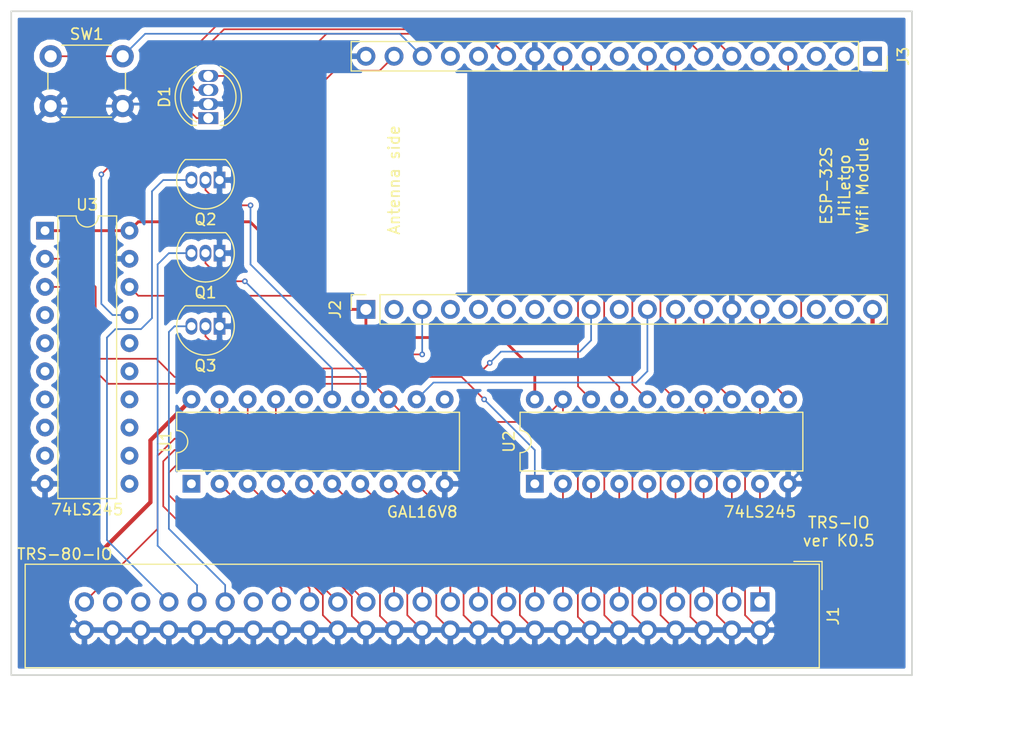
<source format=kicad_pcb>
(kicad_pcb (version 20171130) (host pcbnew "(5.0.0)")

  (general
    (thickness 1.6)
    (drawings 9)
    (tracks 302)
    (zones 0)
    (modules 11)
    (nets 46)
  )

  (page A4)
  (layers
    (0 F.Cu signal)
    (31 B.Cu signal)
    (32 B.Adhes user)
    (33 F.Adhes user)
    (34 B.Paste user)
    (35 F.Paste user)
    (36 B.SilkS user)
    (37 F.SilkS user)
    (38 B.Mask user)
    (39 F.Mask user)
    (40 Dwgs.User user)
    (41 Cmts.User user hide)
    (42 Eco1.User user)
    (43 Eco2.User user)
    (44 Edge.Cuts user)
    (45 Margin user)
    (46 B.CrtYd user)
    (47 F.CrtYd user)
    (48 B.Fab user)
    (49 F.Fab user)
  )

  (setup
    (last_trace_width 0.1524)
    (trace_clearance 0.254)
    (zone_clearance 0.508)
    (zone_45_only no)
    (trace_min 0.1524)
    (segment_width 0.2)
    (edge_width 0.15)
    (via_size 0.508)
    (via_drill 0.254)
    (via_min_size 0.508)
    (via_min_drill 0.254)
    (uvia_size 0.3)
    (uvia_drill 0.1)
    (uvias_allowed no)
    (uvia_min_size 0.2)
    (uvia_min_drill 0.1)
    (pcb_text_width 0.3)
    (pcb_text_size 1.5 1.5)
    (mod_edge_width 0.15)
    (mod_text_size 1 1)
    (mod_text_width 0.15)
    (pad_size 1.524 1.524)
    (pad_drill 0.762)
    (pad_to_mask_clearance 0.0762)
    (aux_axis_origin 0 0)
    (visible_elements 7FFFFFFF)
    (pcbplotparams
      (layerselection 0x010fc_ffffffff)
      (usegerberextensions false)
      (usegerberattributes false)
      (usegerberadvancedattributes false)
      (creategerberjobfile false)
      (excludeedgelayer true)
      (linewidth 0.100000)
      (plotframeref false)
      (viasonmask false)
      (mode 1)
      (useauxorigin false)
      (hpglpennumber 1)
      (hpglpenspeed 20)
      (hpglpendiameter 15.000000)
      (psnegative false)
      (psa4output false)
      (plotreference true)
      (plotvalue true)
      (plotinvisibletext false)
      (padsonsilk false)
      (subtractmaskfromsilk false)
      (outputformat 1)
      (mirror false)
      (drillshape 1)
      (scaleselection 1)
      (outputdirectory ""))
  )

  (net 0 "")
  (net 1 GND)
  (net 2 "Net-(J1-Pad1)")
  (net 3 "Net-(J1-Pad3)")
  (net 4 "Net-(J1-Pad5)")
  (net 5 "Net-(J1-Pad7)")
  (net 6 "Net-(J1-Pad9)")
  (net 7 "Net-(J1-Pad11)")
  (net 8 "Net-(J1-Pad13)")
  (net 9 "Net-(J1-Pad15)")
  (net 10 "Net-(J1-Pad17)")
  (net 11 "Net-(J1-Pad19)")
  (net 12 "Net-(J1-Pad21)")
  (net 13 "Net-(J1-Pad23)")
  (net 14 "Net-(J1-Pad25)")
  (net 15 "Net-(J1-Pad27)")
  (net 16 "Net-(J1-Pad29)")
  (net 17 "Net-(J1-Pad31)")
  (net 18 "Net-(J1-Pad33)")
  (net 19 "Net-(J1-Pad35)")
  (net 20 "Net-(J1-Pad39)")
  (net 21 "Net-(J1-Pad41)")
  (net 22 "Net-(J1-Pad43)")
  (net 23 "Net-(J1-Pad49)")
  (net 24 "Net-(Q1-Pad2)")
  (net 25 "Net-(Q2-Pad2)")
  (net 26 "Net-(U1-Pad13)")
  (net 27 "Net-(U2-Pad1)")
  (net 28 +3V3)
  (net 29 "Net-(D1-Pad1)")
  (net 30 "Net-(D1-Pad3)")
  (net 31 "Net-(D1-Pad4)")
  (net 32 "Net-(J2-Pad3)")
  (net 33 "Net-(J2-Pad9)")
  (net 34 "Net-(J2-Pad11)")
  (net 35 "Net-(J2-Pad12)")
  (net 36 "Net-(J2-Pad13)")
  (net 37 "Net-(J2-Pad15)")
  (net 38 +5V)
  (net 39 "Net-(J3-Pad18)")
  (net 40 "Net-(J3-Pad17)")
  (net 41 "Net-(J3-Pad12)")
  (net 42 "Net-(J3-Pad11)")
  (net 43 "Net-(J3-Pad9)")
  (net 44 "Net-(J3-Pad8)")
  (net 45 "Net-(J3-Pad4)")

  (net_class Default "This is the default net class."
    (clearance 0.254)
    (trace_width 0.1524)
    (via_dia 0.508)
    (via_drill 0.254)
    (uvia_dia 0.3)
    (uvia_drill 0.1)
    (add_net GND)
    (add_net "Net-(D1-Pad1)")
    (add_net "Net-(D1-Pad3)")
    (add_net "Net-(D1-Pad4)")
    (add_net "Net-(J1-Pad1)")
    (add_net "Net-(J1-Pad11)")
    (add_net "Net-(J1-Pad13)")
    (add_net "Net-(J1-Pad15)")
    (add_net "Net-(J1-Pad17)")
    (add_net "Net-(J1-Pad19)")
    (add_net "Net-(J1-Pad21)")
    (add_net "Net-(J1-Pad23)")
    (add_net "Net-(J1-Pad25)")
    (add_net "Net-(J1-Pad27)")
    (add_net "Net-(J1-Pad29)")
    (add_net "Net-(J1-Pad3)")
    (add_net "Net-(J1-Pad31)")
    (add_net "Net-(J1-Pad33)")
    (add_net "Net-(J1-Pad35)")
    (add_net "Net-(J1-Pad39)")
    (add_net "Net-(J1-Pad41)")
    (add_net "Net-(J1-Pad43)")
    (add_net "Net-(J1-Pad49)")
    (add_net "Net-(J1-Pad5)")
    (add_net "Net-(J1-Pad7)")
    (add_net "Net-(J1-Pad9)")
    (add_net "Net-(J2-Pad11)")
    (add_net "Net-(J2-Pad12)")
    (add_net "Net-(J2-Pad13)")
    (add_net "Net-(J2-Pad15)")
    (add_net "Net-(J2-Pad3)")
    (add_net "Net-(J2-Pad9)")
    (add_net "Net-(J3-Pad11)")
    (add_net "Net-(J3-Pad12)")
    (add_net "Net-(J3-Pad17)")
    (add_net "Net-(J3-Pad18)")
    (add_net "Net-(J3-Pad4)")
    (add_net "Net-(J3-Pad8)")
    (add_net "Net-(J3-Pad9)")
    (add_net "Net-(Q1-Pad2)")
    (add_net "Net-(Q2-Pad2)")
    (add_net "Net-(U1-Pad13)")
    (add_net "Net-(U2-Pad1)")
  )

  (net_class GND ""
    (clearance 0.381)
    (trace_width 0.254)
    (via_dia 0.508)
    (via_drill 0.254)
    (uvia_dia 0.3)
    (uvia_drill 0.1)
  )

  (net_class Power ""
    (clearance 0.381)
    (trace_width 0.381)
    (via_dia 0.508)
    (via_drill 0.254)
    (uvia_dia 0.3)
    (uvia_drill 0.1)
    (add_net +3V3)
    (add_net +5V)
  )

  (module Connector_PinSocket_2.54mm:PinSocket_1x19_P2.54mm_Vertical (layer F.Cu) (tedit 5C7175CB) (tstamp 5C7DF482)
    (at 140.716 107.188 90)
    (descr "Through hole straight socket strip, 1x19, 2.54mm pitch, single row (from Kicad 4.0.7), script generated")
    (tags "Through hole socket strip THT 1x19 2.54mm single row")
    (path /5C8E531F)
    (fp_text reference J2 (at 0 -2.77 90) (layer F.SilkS)
      (effects (font (size 1 1) (thickness 0.15)))
    )
    (fp_text value Conn_01x19 (at 0 48.49 90) (layer Cmts.User)
      (effects (font (size 1 1) (thickness 0.15)))
    )
    (fp_text user %R (at 0 22.86 180) (layer F.Fab)
      (effects (font (size 1 1) (thickness 0.15)))
    )
    (fp_line (start -1.8 47.5) (end -1.8 -1.8) (layer F.CrtYd) (width 0.05))
    (fp_line (start 1.75 47.5) (end -1.8 47.5) (layer F.CrtYd) (width 0.05))
    (fp_line (start 1.75 -1.8) (end 1.75 47.5) (layer F.CrtYd) (width 0.05))
    (fp_line (start -1.8 -1.8) (end 1.75 -1.8) (layer F.CrtYd) (width 0.05))
    (fp_line (start 0 -1.33) (end 1.33 -1.33) (layer F.SilkS) (width 0.12))
    (fp_line (start 1.33 -1.33) (end 1.33 0) (layer F.SilkS) (width 0.12))
    (fp_line (start 1.33 1.27) (end 1.33 47.05) (layer F.SilkS) (width 0.12))
    (fp_line (start -1.33 47.05) (end 1.33 47.05) (layer F.SilkS) (width 0.12))
    (fp_line (start -1.33 1.27) (end -1.33 47.05) (layer F.SilkS) (width 0.12))
    (fp_line (start -1.33 1.27) (end 1.33 1.27) (layer F.SilkS) (width 0.12))
    (fp_line (start -1.27 46.99) (end -1.27 -1.27) (layer F.Fab) (width 0.1))
    (fp_line (start 1.27 46.99) (end -1.27 46.99) (layer F.Fab) (width 0.1))
    (fp_line (start 1.27 -0.635) (end 1.27 46.99) (layer F.Fab) (width 0.1))
    (fp_line (start 0.635 -1.27) (end 1.27 -0.635) (layer F.Fab) (width 0.1))
    (fp_line (start -1.27 -1.27) (end 0.635 -1.27) (layer F.Fab) (width 0.1))
    (pad 19 thru_hole oval (at 0 45.72 90) (size 1.7 1.7) (drill 1) (layers *.Cu *.Mask)
      (net 38 +5V))
    (pad 18 thru_hole oval (at 0 43.18 90) (size 1.7 1.7) (drill 1) (layers *.Cu *.Mask))
    (pad 17 thru_hole oval (at 0 40.64 90) (size 1.7 1.7) (drill 1) (layers *.Cu *.Mask))
    (pad 16 thru_hole oval (at 0 38.1 90) (size 1.7 1.7) (drill 1) (layers *.Cu *.Mask))
    (pad 15 thru_hole oval (at 0 35.56 90) (size 1.7 1.7) (drill 1) (layers *.Cu *.Mask)
      (net 37 "Net-(J2-Pad15)"))
    (pad 14 thru_hole oval (at 0 33.02 90) (size 1.7 1.7) (drill 1) (layers *.Cu *.Mask)
      (net 1 GND))
    (pad 13 thru_hole oval (at 0 30.48 90) (size 1.7 1.7) (drill 1) (layers *.Cu *.Mask)
      (net 36 "Net-(J2-Pad13)"))
    (pad 12 thru_hole oval (at 0 27.94 90) (size 1.7 1.7) (drill 1) (layers *.Cu *.Mask)
      (net 35 "Net-(J2-Pad12)"))
    (pad 11 thru_hole oval (at 0 25.4 90) (size 1.7 1.7) (drill 1) (layers *.Cu *.Mask)
      (net 34 "Net-(J2-Pad11)"))
    (pad 10 thru_hole oval (at 0 22.86 90) (size 1.7 1.7) (drill 1) (layers *.Cu *.Mask))
    (pad 9 thru_hole oval (at 0 20.32 90) (size 1.7 1.7) (drill 1) (layers *.Cu *.Mask)
      (net 33 "Net-(J2-Pad9)"))
    (pad 8 thru_hole oval (at 0 17.78 90) (size 1.7 1.7) (drill 1) (layers *.Cu *.Mask))
    (pad 7 thru_hole oval (at 0 15.24 90) (size 1.7 1.7) (drill 1) (layers *.Cu *.Mask))
    (pad 6 thru_hole oval (at 0 12.7 90) (size 1.7 1.7) (drill 1) (layers *.Cu *.Mask))
    (pad 5 thru_hole oval (at 0 10.16 90) (size 1.7 1.7) (drill 1) (layers *.Cu *.Mask))
    (pad 4 thru_hole oval (at 0 7.62 90) (size 1.7 1.7) (drill 1) (layers *.Cu *.Mask))
    (pad 3 thru_hole oval (at 0 5.08 90) (size 1.7 1.7) (drill 1) (layers *.Cu *.Mask)
      (net 32 "Net-(J2-Pad3)"))
    (pad 2 thru_hole oval (at 0 2.54 90) (size 1.7 1.7) (drill 1) (layers *.Cu *.Mask))
    (pad 1 thru_hole rect (at 0 0 90) (size 1.7 1.7) (drill 1) (layers *.Cu *.Mask)
      (net 28 +3V3))
    (model ${KISYS3DMOD}/Connector_PinSocket_2.54mm.3dshapes/PinSocket_1x19_P2.54mm_Vertical.wrl
      (at (xyz 0 0 0))
      (scale (xyz 1 1 1))
      (rotate (xyz 0 0 0))
    )
  )

  (module Connector_PinSocket_2.54mm:PinSocket_1x19_P2.54mm_Vertical (layer F.Cu) (tedit 5C7175CF) (tstamp 5C7DF4A9)
    (at 186.436 84.328 270)
    (descr "Through hole straight socket strip, 1x19, 2.54mm pitch, single row (from Kicad 4.0.7), script generated")
    (tags "Through hole socket strip THT 1x19 2.54mm single row")
    (path /5C92ED8D)
    (fp_text reference J3 (at 0 -2.77 270) (layer F.SilkS)
      (effects (font (size 1 1) (thickness 0.15)))
    )
    (fp_text value Conn_01x19 (at 0 48.49 270) (layer Cmts.User)
      (effects (font (size 1 1) (thickness 0.15)))
    )
    (fp_text user %R (at 0 22.86) (layer F.Fab)
      (effects (font (size 1 1) (thickness 0.15)))
    )
    (fp_line (start -1.8 47.5) (end -1.8 -1.8) (layer F.CrtYd) (width 0.05))
    (fp_line (start 1.75 47.5) (end -1.8 47.5) (layer F.CrtYd) (width 0.05))
    (fp_line (start 1.75 -1.8) (end 1.75 47.5) (layer F.CrtYd) (width 0.05))
    (fp_line (start -1.8 -1.8) (end 1.75 -1.8) (layer F.CrtYd) (width 0.05))
    (fp_line (start 0 -1.33) (end 1.33 -1.33) (layer F.SilkS) (width 0.12))
    (fp_line (start 1.33 -1.33) (end 1.33 0) (layer F.SilkS) (width 0.12))
    (fp_line (start 1.33 1.27) (end 1.33 47.05) (layer F.SilkS) (width 0.12))
    (fp_line (start -1.33 47.05) (end 1.33 47.05) (layer F.SilkS) (width 0.12))
    (fp_line (start -1.33 1.27) (end -1.33 47.05) (layer F.SilkS) (width 0.12))
    (fp_line (start -1.33 1.27) (end 1.33 1.27) (layer F.SilkS) (width 0.12))
    (fp_line (start -1.27 46.99) (end -1.27 -1.27) (layer F.Fab) (width 0.1))
    (fp_line (start 1.27 46.99) (end -1.27 46.99) (layer F.Fab) (width 0.1))
    (fp_line (start 1.27 -0.635) (end 1.27 46.99) (layer F.Fab) (width 0.1))
    (fp_line (start 0.635 -1.27) (end 1.27 -0.635) (layer F.Fab) (width 0.1))
    (fp_line (start -1.27 -1.27) (end 0.635 -1.27) (layer F.Fab) (width 0.1))
    (pad 19 thru_hole oval (at 0 45.72 270) (size 1.7 1.7) (drill 1) (layers *.Cu *.Mask)
      (net 1 GND))
    (pad 18 thru_hole oval (at 0 43.18 270) (size 1.7 1.7) (drill 1) (layers *.Cu *.Mask)
      (net 39 "Net-(J3-Pad18)"))
    (pad 17 thru_hole oval (at 0 40.64 270) (size 1.7 1.7) (drill 1) (layers *.Cu *.Mask)
      (net 40 "Net-(J3-Pad17)"))
    (pad 16 thru_hole oval (at 0 38.1 270) (size 1.7 1.7) (drill 1) (layers *.Cu *.Mask))
    (pad 15 thru_hole oval (at 0 35.56 270) (size 1.7 1.7) (drill 1) (layers *.Cu *.Mask))
    (pad 14 thru_hole oval (at 0 33.02 270) (size 1.7 1.7) (drill 1) (layers *.Cu *.Mask)
      (net 31 "Net-(D1-Pad4)"))
    (pad 13 thru_hole oval (at 0 30.48 270) (size 1.7 1.7) (drill 1) (layers *.Cu *.Mask)
      (net 1 GND))
    (pad 12 thru_hole oval (at 0 27.94 270) (size 1.7 1.7) (drill 1) (layers *.Cu *.Mask)
      (net 41 "Net-(J3-Pad12)"))
    (pad 11 thru_hole oval (at 0 25.4 270) (size 1.7 1.7) (drill 1) (layers *.Cu *.Mask)
      (net 42 "Net-(J3-Pad11)"))
    (pad 10 thru_hole oval (at 0 22.86 270) (size 1.7 1.7) (drill 1) (layers *.Cu *.Mask))
    (pad 9 thru_hole oval (at 0 20.32 270) (size 1.7 1.7) (drill 1) (layers *.Cu *.Mask)
      (net 43 "Net-(J3-Pad9)"))
    (pad 8 thru_hole oval (at 0 17.78 270) (size 1.7 1.7) (drill 1) (layers *.Cu *.Mask)
      (net 44 "Net-(J3-Pad8)"))
    (pad 7 thru_hole oval (at 0 15.24 270) (size 1.7 1.7) (drill 1) (layers *.Cu *.Mask)
      (net 30 "Net-(D1-Pad3)"))
    (pad 6 thru_hole oval (at 0 12.7 270) (size 1.7 1.7) (drill 1) (layers *.Cu *.Mask)
      (net 29 "Net-(D1-Pad1)"))
    (pad 5 thru_hole oval (at 0 10.16 270) (size 1.7 1.7) (drill 1) (layers *.Cu *.Mask))
    (pad 4 thru_hole oval (at 0 7.62 270) (size 1.7 1.7) (drill 1) (layers *.Cu *.Mask)
      (net 45 "Net-(J3-Pad4)"))
    (pad 3 thru_hole oval (at 0 5.08 270) (size 1.7 1.7) (drill 1) (layers *.Cu *.Mask))
    (pad 2 thru_hole oval (at 0 2.54 270) (size 1.7 1.7) (drill 1) (layers *.Cu *.Mask))
    (pad 1 thru_hole rect (at 0 0 270) (size 1.7 1.7) (drill 1) (layers *.Cu *.Mask))
    (model ${KISYS3DMOD}/Connector_PinSocket_2.54mm.3dshapes/PinSocket_1x19_P2.54mm_Vertical.wrl
      (at (xyz 0 0 0))
      (scale (xyz 1 1 1))
      (rotate (xyz 0 0 0))
    )
  )

  (module LED_THT:LED_D5.0mm-4 (layer F.Cu) (tedit 587A3A7B) (tstamp 5C7DE18F)
    (at 126.492 89.916 90)
    (descr "LED, diameter 5.0mm, 2 pins, diameter 5.0mm, 3 pins, diameter 5.0mm, 4 pins, http://www.kingbright.com/attachments/file/psearch/000/00/00/L-154A4SUREQBFZGEW(Ver.9A).pdf")
    (tags "LED diameter 5.0mm 2 pins diameter 5.0mm 3 pins diameter 5.0mm 4 pins")
    (path /5C8AD1AF)
    (fp_text reference D1 (at 1.905 -3.96 90) (layer F.SilkS)
      (effects (font (size 1 1) (thickness 0.15)))
    )
    (fp_text value LED_RCGB (at 1.905 3.96 90) (layer F.Fab)
      (effects (font (size 1 1) (thickness 0.15)))
    )
    (fp_arc (start 1.905 0) (end -0.595 -1.469694) (angle 299.1) (layer F.Fab) (width 0.1))
    (fp_arc (start 1.905 0) (end -0.655 -1.54483) (angle 127.7) (layer F.SilkS) (width 0.12))
    (fp_arc (start 1.905 0) (end -0.655 1.54483) (angle -127.7) (layer F.SilkS) (width 0.12))
    (fp_arc (start 1.905 0) (end -0.349684 -1.08) (angle 128.8) (layer F.SilkS) (width 0.12))
    (fp_arc (start 1.905 0) (end -0.349684 1.08) (angle -128.8) (layer F.SilkS) (width 0.12))
    (fp_circle (center 1.905 0) (end 4.405 0) (layer F.Fab) (width 0.1))
    (fp_line (start -0.595 -1.469694) (end -0.595 1.469694) (layer F.Fab) (width 0.1))
    (fp_line (start -0.655 -1.545) (end -0.655 -1.08) (layer F.SilkS) (width 0.12))
    (fp_line (start -0.655 1.08) (end -0.655 1.545) (layer F.SilkS) (width 0.12))
    (fp_line (start -1.35 -3.25) (end -1.35 3.25) (layer F.CrtYd) (width 0.05))
    (fp_line (start -1.35 3.25) (end 5.15 3.25) (layer F.CrtYd) (width 0.05))
    (fp_line (start 5.15 3.25) (end 5.15 -3.25) (layer F.CrtYd) (width 0.05))
    (fp_line (start 5.15 -3.25) (end -1.35 -3.25) (layer F.CrtYd) (width 0.05))
    (pad 1 thru_hole rect (at 0 0 90) (size 1.07 1.8) (drill 0.9) (layers *.Cu *.Mask)
      (net 29 "Net-(D1-Pad1)"))
    (pad 2 thru_hole oval (at 1.27 0 90) (size 1.07 1.8) (drill 0.9) (layers *.Cu *.Mask)
      (net 1 GND))
    (pad 3 thru_hole oval (at 2.54 0 90) (size 1.07 1.8) (drill 0.9) (layers *.Cu *.Mask)
      (net 30 "Net-(D1-Pad3)"))
    (pad 4 thru_hole oval (at 3.81 0 90) (size 1.07 1.8) (drill 0.9) (layers *.Cu *.Mask)
      (net 31 "Net-(D1-Pad4)"))
    (model ${KISYS3DMOD}/LED_THT.3dshapes/LED_D5.0mm-4.wrl
      (at (xyz 0 0 0))
      (scale (xyz 1 1 1))
      (rotate (xyz 0 0 0))
    )
  )

  (module Connector_IDC:IDC-Header_2x25_P2.54mm_Vertical (layer F.Cu) (tedit 5C7B3E77) (tstamp 5C7DE1DF)
    (at 176.276 133.604 270)
    (descr "Through hole straight IDC box header, 2x25, 2.54mm pitch, double rows")
    (tags "Through hole IDC box header THT 2x25 2.54mm double row")
    (path /5C7E5B69)
    (fp_text reference J1 (at 1.27 -6.604 270) (layer F.SilkS)
      (effects (font (size 1 1) (thickness 0.15)))
    )
    (fp_text value TRS-80-IO (at -4.318 62.738) (layer F.SilkS)
      (effects (font (size 1 1) (thickness 0.15)))
    )
    (fp_text user %R (at 1.27 30.48 270) (layer F.Fab)
      (effects (font (size 1 1) (thickness 0.15)))
    )
    (fp_line (start 5.695 -5.1) (end 5.695 66.06) (layer F.Fab) (width 0.1))
    (fp_line (start 5.145 -4.56) (end 5.145 65.5) (layer F.Fab) (width 0.1))
    (fp_line (start -3.155 -5.1) (end -3.155 66.06) (layer F.Fab) (width 0.1))
    (fp_line (start -2.605 -4.56) (end -2.605 28.23) (layer F.Fab) (width 0.1))
    (fp_line (start -2.605 32.73) (end -2.605 65.5) (layer F.Fab) (width 0.1))
    (fp_line (start -2.605 28.23) (end -3.155 28.23) (layer F.Fab) (width 0.1))
    (fp_line (start -2.605 32.73) (end -3.155 32.73) (layer F.Fab) (width 0.1))
    (fp_line (start 5.695 -5.1) (end -3.155 -5.1) (layer F.Fab) (width 0.1))
    (fp_line (start 5.145 -4.56) (end -2.605 -4.56) (layer F.Fab) (width 0.1))
    (fp_line (start 5.695 66.06) (end -3.155 66.06) (layer F.Fab) (width 0.1))
    (fp_line (start 5.145 65.5) (end -2.605 65.5) (layer F.Fab) (width 0.1))
    (fp_line (start 5.695 -5.1) (end 5.145 -4.56) (layer F.Fab) (width 0.1))
    (fp_line (start 5.695 66.06) (end 5.145 65.5) (layer F.Fab) (width 0.1))
    (fp_line (start -3.155 -5.1) (end -2.605 -4.56) (layer F.Fab) (width 0.1))
    (fp_line (start -3.155 66.06) (end -2.605 65.5) (layer F.Fab) (width 0.1))
    (fp_line (start 5.95 -5.35) (end 5.95 66.31) (layer F.CrtYd) (width 0.05))
    (fp_line (start 5.95 66.31) (end -3.41 66.31) (layer F.CrtYd) (width 0.05))
    (fp_line (start -3.41 66.31) (end -3.41 -5.35) (layer F.CrtYd) (width 0.05))
    (fp_line (start -3.41 -5.35) (end 5.95 -5.35) (layer F.CrtYd) (width 0.05))
    (fp_line (start 5.945 -5.35) (end 5.945 66.31) (layer F.SilkS) (width 0.12))
    (fp_line (start 5.945 66.31) (end -3.405 66.31) (layer F.SilkS) (width 0.12))
    (fp_line (start -3.405 66.31) (end -3.405 -5.35) (layer F.SilkS) (width 0.12))
    (fp_line (start -3.405 -5.35) (end 5.945 -5.35) (layer F.SilkS) (width 0.12))
    (fp_line (start -3.655 -5.6) (end -3.655 -3.06) (layer F.SilkS) (width 0.12))
    (fp_line (start -3.655 -5.6) (end -1.115 -5.6) (layer F.SilkS) (width 0.12))
    (pad 1 thru_hole rect (at 0 0 270) (size 1.7272 1.7272) (drill 1.016) (layers *.Cu *.Mask)
      (net 2 "Net-(J1-Pad1)"))
    (pad 2 thru_hole oval (at 2.54 0 270) (size 1.7272 1.7272) (drill 1.016) (layers *.Cu *.Mask)
      (net 1 GND))
    (pad 3 thru_hole oval (at 0 2.54 270) (size 1.7272 1.7272) (drill 1.016) (layers *.Cu *.Mask)
      (net 3 "Net-(J1-Pad3)"))
    (pad 4 thru_hole oval (at 2.54 2.54 270) (size 1.7272 1.7272) (drill 1.016) (layers *.Cu *.Mask)
      (net 1 GND))
    (pad 5 thru_hole oval (at 0 5.08 270) (size 1.7272 1.7272) (drill 1.016) (layers *.Cu *.Mask)
      (net 4 "Net-(J1-Pad5)"))
    (pad 6 thru_hole oval (at 2.54 5.08 270) (size 1.7272 1.7272) (drill 1.016) (layers *.Cu *.Mask)
      (net 1 GND))
    (pad 7 thru_hole oval (at 0 7.62 270) (size 1.7272 1.7272) (drill 1.016) (layers *.Cu *.Mask)
      (net 5 "Net-(J1-Pad7)"))
    (pad 8 thru_hole oval (at 2.54 7.62 270) (size 1.7272 1.7272) (drill 1.016) (layers *.Cu *.Mask)
      (net 1 GND))
    (pad 9 thru_hole oval (at 0 10.16 270) (size 1.7272 1.7272) (drill 1.016) (layers *.Cu *.Mask)
      (net 6 "Net-(J1-Pad9)"))
    (pad 10 thru_hole oval (at 2.54 10.16 270) (size 1.7272 1.7272) (drill 1.016) (layers *.Cu *.Mask)
      (net 1 GND))
    (pad 11 thru_hole oval (at 0 12.7 270) (size 1.7272 1.7272) (drill 1.016) (layers *.Cu *.Mask)
      (net 7 "Net-(J1-Pad11)"))
    (pad 12 thru_hole oval (at 2.54 12.7 270) (size 1.7272 1.7272) (drill 1.016) (layers *.Cu *.Mask)
      (net 1 GND))
    (pad 13 thru_hole oval (at 0 15.24 270) (size 1.7272 1.7272) (drill 1.016) (layers *.Cu *.Mask)
      (net 8 "Net-(J1-Pad13)"))
    (pad 14 thru_hole oval (at 2.54 15.24 270) (size 1.7272 1.7272) (drill 1.016) (layers *.Cu *.Mask)
      (net 1 GND))
    (pad 15 thru_hole oval (at 0 17.78 270) (size 1.7272 1.7272) (drill 1.016) (layers *.Cu *.Mask)
      (net 9 "Net-(J1-Pad15)"))
    (pad 16 thru_hole oval (at 2.54 17.78 270) (size 1.7272 1.7272) (drill 1.016) (layers *.Cu *.Mask)
      (net 1 GND))
    (pad 17 thru_hole oval (at 0 20.32 270) (size 1.7272 1.7272) (drill 1.016) (layers *.Cu *.Mask)
      (net 10 "Net-(J1-Pad17)"))
    (pad 18 thru_hole oval (at 2.54 20.32 270) (size 1.7272 1.7272) (drill 1.016) (layers *.Cu *.Mask)
      (net 1 GND))
    (pad 19 thru_hole oval (at 0 22.86 270) (size 1.7272 1.7272) (drill 1.016) (layers *.Cu *.Mask)
      (net 11 "Net-(J1-Pad19)"))
    (pad 20 thru_hole oval (at 2.54 22.86 270) (size 1.7272 1.7272) (drill 1.016) (layers *.Cu *.Mask)
      (net 1 GND))
    (pad 21 thru_hole oval (at 0 25.4 270) (size 1.7272 1.7272) (drill 1.016) (layers *.Cu *.Mask)
      (net 12 "Net-(J1-Pad21)"))
    (pad 22 thru_hole oval (at 2.54 25.4 270) (size 1.7272 1.7272) (drill 1.016) (layers *.Cu *.Mask)
      (net 1 GND))
    (pad 23 thru_hole oval (at 0 27.94 270) (size 1.7272 1.7272) (drill 1.016) (layers *.Cu *.Mask)
      (net 13 "Net-(J1-Pad23)"))
    (pad 24 thru_hole oval (at 2.54 27.94 270) (size 1.7272 1.7272) (drill 1.016) (layers *.Cu *.Mask)
      (net 1 GND))
    (pad 25 thru_hole oval (at 0 30.48 270) (size 1.7272 1.7272) (drill 1.016) (layers *.Cu *.Mask)
      (net 14 "Net-(J1-Pad25)"))
    (pad 26 thru_hole oval (at 2.54 30.48 270) (size 1.7272 1.7272) (drill 1.016) (layers *.Cu *.Mask)
      (net 1 GND))
    (pad 27 thru_hole oval (at 0 33.02 270) (size 1.7272 1.7272) (drill 1.016) (layers *.Cu *.Mask)
      (net 15 "Net-(J1-Pad27)"))
    (pad 28 thru_hole oval (at 2.54 33.02 270) (size 1.7272 1.7272) (drill 1.016) (layers *.Cu *.Mask)
      (net 1 GND))
    (pad 29 thru_hole oval (at 0 35.56 270) (size 1.7272 1.7272) (drill 1.016) (layers *.Cu *.Mask)
      (net 16 "Net-(J1-Pad29)"))
    (pad 30 thru_hole oval (at 2.54 35.56 270) (size 1.7272 1.7272) (drill 1.016) (layers *.Cu *.Mask)
      (net 1 GND))
    (pad 31 thru_hole oval (at 0 38.1 270) (size 1.7272 1.7272) (drill 1.016) (layers *.Cu *.Mask)
      (net 17 "Net-(J1-Pad31)"))
    (pad 32 thru_hole oval (at 2.54 38.1 270) (size 1.7272 1.7272) (drill 1.016) (layers *.Cu *.Mask)
      (net 1 GND))
    (pad 33 thru_hole oval (at 0 40.64 270) (size 1.7272 1.7272) (drill 1.016) (layers *.Cu *.Mask)
      (net 18 "Net-(J1-Pad33)"))
    (pad 34 thru_hole oval (at 2.54 40.64 270) (size 1.7272 1.7272) (drill 1.016) (layers *.Cu *.Mask)
      (net 1 GND))
    (pad 35 thru_hole oval (at 0 43.18 270) (size 1.7272 1.7272) (drill 1.016) (layers *.Cu *.Mask)
      (net 19 "Net-(J1-Pad35)"))
    (pad 36 thru_hole oval (at 2.54 43.18 270) (size 1.7272 1.7272) (drill 1.016) (layers *.Cu *.Mask)
      (net 1 GND))
    (pad 37 thru_hole oval (at 0 45.72 270) (size 1.7272 1.7272) (drill 1.016) (layers *.Cu *.Mask))
    (pad 38 thru_hole oval (at 2.54 45.72 270) (size 1.7272 1.7272) (drill 1.016) (layers *.Cu *.Mask)
      (net 1 GND))
    (pad 39 thru_hole oval (at 0 48.26 270) (size 1.7272 1.7272) (drill 1.016) (layers *.Cu *.Mask)
      (net 20 "Net-(J1-Pad39)"))
    (pad 40 thru_hole oval (at 2.54 48.26 270) (size 1.7272 1.7272) (drill 1.016) (layers *.Cu *.Mask)
      (net 1 GND))
    (pad 41 thru_hole oval (at 0 50.8 270) (size 1.7272 1.7272) (drill 1.016) (layers *.Cu *.Mask)
      (net 21 "Net-(J1-Pad41)"))
    (pad 42 thru_hole oval (at 2.54 50.8 270) (size 1.7272 1.7272) (drill 1.016) (layers *.Cu *.Mask)
      (net 1 GND))
    (pad 43 thru_hole oval (at 0 53.34 270) (size 1.7272 1.7272) (drill 1.016) (layers *.Cu *.Mask)
      (net 22 "Net-(J1-Pad43)"))
    (pad 44 thru_hole oval (at 2.54 53.34 270) (size 1.7272 1.7272) (drill 1.016) (layers *.Cu *.Mask)
      (net 1 GND))
    (pad 45 thru_hole oval (at 0 55.88 270) (size 1.7272 1.7272) (drill 1.016) (layers *.Cu *.Mask))
    (pad 46 thru_hole oval (at 2.54 55.88 270) (size 1.7272 1.7272) (drill 1.016) (layers *.Cu *.Mask)
      (net 1 GND))
    (pad 47 thru_hole oval (at 0 58.42 270) (size 1.7272 1.7272) (drill 1.016) (layers *.Cu *.Mask))
    (pad 48 thru_hole oval (at 2.54 58.42 270) (size 1.7272 1.7272) (drill 1.016) (layers *.Cu *.Mask)
      (net 1 GND))
    (pad 49 thru_hole oval (at 0 60.96 270) (size 1.7272 1.7272) (drill 1.016) (layers *.Cu *.Mask)
      (net 23 "Net-(J1-Pad49)"))
    (pad 50 thru_hole oval (at 2.54 60.96 270) (size 1.7272 1.7272) (drill 1.016) (layers *.Cu *.Mask)
      (net 1 GND))
    (model ${KISYS3DMOD}/Connector_IDC.3dshapes/IDC-Header_2x25_P2.54mm_Vertical.wrl
      (at (xyz 0 0 0))
      (scale (xyz 1 1 1))
      (rotate (xyz 0 0 0))
    )
  )

  (module Package_TO_SOT_THT:TO-92_Inline (layer F.Cu) (tedit 5C71666B) (tstamp 5C7DE1F1)
    (at 127.508 102.108 180)
    (descr "TO-92 leads in-line, narrow, oval pads, drill 0.75mm (see NXP sot054_po.pdf)")
    (tags "to-92 sc-43 sc-43a sot54 PA33 transistor")
    (path /5C70CC16)
    (fp_text reference Q1 (at 1.27 -3.56 180) (layer F.SilkS)
      (effects (font (size 1 1) (thickness 0.15)))
    )
    (fp_text value 2N7000 (at 1.27 2.79 180) (layer Cmts.User)
      (effects (font (size 1 1) (thickness 0.15)))
    )
    (fp_text user %R (at 1.27 -3.56 180) (layer F.Fab)
      (effects (font (size 1 1) (thickness 0.15)))
    )
    (fp_line (start -0.53 1.85) (end 3.07 1.85) (layer F.SilkS) (width 0.12))
    (fp_line (start -0.5 1.75) (end 3 1.75) (layer F.Fab) (width 0.1))
    (fp_line (start -1.46 -2.73) (end 4 -2.73) (layer F.CrtYd) (width 0.05))
    (fp_line (start -1.46 -2.73) (end -1.46 2.01) (layer F.CrtYd) (width 0.05))
    (fp_line (start 4 2.01) (end 4 -2.73) (layer F.CrtYd) (width 0.05))
    (fp_line (start 4 2.01) (end -1.46 2.01) (layer F.CrtYd) (width 0.05))
    (fp_arc (start 1.27 0) (end 1.27 -2.48) (angle 135) (layer F.Fab) (width 0.1))
    (fp_arc (start 1.27 0) (end 1.27 -2.6) (angle -135) (layer F.SilkS) (width 0.12))
    (fp_arc (start 1.27 0) (end 1.27 -2.48) (angle -135) (layer F.Fab) (width 0.1))
    (fp_arc (start 1.27 0) (end 1.27 -2.6) (angle 135) (layer F.SilkS) (width 0.12))
    (pad 2 thru_hole oval (at 1.27 0 180) (size 1.05 1.5) (drill 0.75) (layers *.Cu *.Mask)
      (net 24 "Net-(Q1-Pad2)"))
    (pad 3 thru_hole oval (at 2.54 0 180) (size 1.05 1.5) (drill 0.75) (layers *.Cu *.Mask)
      (net 21 "Net-(J1-Pad41)"))
    (pad 1 thru_hole rect (at 0 0 180) (size 1.05 1.5) (drill 0.75) (layers *.Cu *.Mask)
      (net 1 GND))
    (model ${KISYS3DMOD}/Package_TO_SOT_THT.3dshapes/TO-92_Inline.wrl
      (at (xyz 0 0 0))
      (scale (xyz 1 1 1))
      (rotate (xyz 0 0 0))
    )
  )

  (module Package_TO_SOT_THT:TO-92_Inline (layer F.Cu) (tedit 5C71666F) (tstamp 5C7DE203)
    (at 127.508 95.504 180)
    (descr "TO-92 leads in-line, narrow, oval pads, drill 0.75mm (see NXP sot054_po.pdf)")
    (tags "to-92 sc-43 sc-43a sot54 PA33 transistor")
    (path /5C70CC7C)
    (fp_text reference Q2 (at 1.27 -3.56 180) (layer F.SilkS)
      (effects (font (size 1 1) (thickness 0.15)))
    )
    (fp_text value 2N7000 (at 1.27 2.79 180) (layer Cmts.User)
      (effects (font (size 1 1) (thickness 0.15)))
    )
    (fp_arc (start 1.27 0) (end 1.27 -2.6) (angle 135) (layer F.SilkS) (width 0.12))
    (fp_arc (start 1.27 0) (end 1.27 -2.48) (angle -135) (layer F.Fab) (width 0.1))
    (fp_arc (start 1.27 0) (end 1.27 -2.6) (angle -135) (layer F.SilkS) (width 0.12))
    (fp_arc (start 1.27 0) (end 1.27 -2.48) (angle 135) (layer F.Fab) (width 0.1))
    (fp_line (start 4 2.01) (end -1.46 2.01) (layer F.CrtYd) (width 0.05))
    (fp_line (start 4 2.01) (end 4 -2.73) (layer F.CrtYd) (width 0.05))
    (fp_line (start -1.46 -2.73) (end -1.46 2.01) (layer F.CrtYd) (width 0.05))
    (fp_line (start -1.46 -2.73) (end 4 -2.73) (layer F.CrtYd) (width 0.05))
    (fp_line (start -0.5 1.75) (end 3 1.75) (layer F.Fab) (width 0.1))
    (fp_line (start -0.53 1.85) (end 3.07 1.85) (layer F.SilkS) (width 0.12))
    (fp_text user %R (at 1.27 -3.56 180) (layer F.Fab)
      (effects (font (size 1 1) (thickness 0.15)))
    )
    (pad 1 thru_hole rect (at 0 0 180) (size 1.05 1.5) (drill 0.75) (layers *.Cu *.Mask)
      (net 1 GND))
    (pad 3 thru_hole oval (at 2.54 0 180) (size 1.05 1.5) (drill 0.75) (layers *.Cu *.Mask)
      (net 22 "Net-(J1-Pad43)"))
    (pad 2 thru_hole oval (at 1.27 0 180) (size 1.05 1.5) (drill 0.75) (layers *.Cu *.Mask)
      (net 25 "Net-(Q2-Pad2)"))
    (model ${KISYS3DMOD}/Package_TO_SOT_THT.3dshapes/TO-92_Inline.wrl
      (at (xyz 0 0 0))
      (scale (xyz 1 1 1))
      (rotate (xyz 0 0 0))
    )
  )

  (module Package_TO_SOT_THT:TO-92_Inline (layer F.Cu) (tedit 5C716672) (tstamp 5C7DE215)
    (at 127.508 108.712 180)
    (descr "TO-92 leads in-line, narrow, oval pads, drill 0.75mm (see NXP sot054_po.pdf)")
    (tags "to-92 sc-43 sc-43a sot54 PA33 transistor")
    (path /5C70CCF4)
    (fp_text reference Q3 (at 1.27 -3.56 180) (layer F.SilkS)
      (effects (font (size 1 1) (thickness 0.15)))
    )
    (fp_text value 2N7000 (at 1.27 2.79 180) (layer Cmts.User)
      (effects (font (size 1 1) (thickness 0.15)))
    )
    (fp_text user %R (at 1.27 -3.56 180) (layer F.Fab)
      (effects (font (size 1 1) (thickness 0.15)))
    )
    (fp_line (start -0.53 1.85) (end 3.07 1.85) (layer F.SilkS) (width 0.12))
    (fp_line (start -0.5 1.75) (end 3 1.75) (layer F.Fab) (width 0.1))
    (fp_line (start -1.46 -2.73) (end 4 -2.73) (layer F.CrtYd) (width 0.05))
    (fp_line (start -1.46 -2.73) (end -1.46 2.01) (layer F.CrtYd) (width 0.05))
    (fp_line (start 4 2.01) (end 4 -2.73) (layer F.CrtYd) (width 0.05))
    (fp_line (start 4 2.01) (end -1.46 2.01) (layer F.CrtYd) (width 0.05))
    (fp_arc (start 1.27 0) (end 1.27 -2.48) (angle 135) (layer F.Fab) (width 0.1))
    (fp_arc (start 1.27 0) (end 1.27 -2.6) (angle -135) (layer F.SilkS) (width 0.12))
    (fp_arc (start 1.27 0) (end 1.27 -2.48) (angle -135) (layer F.Fab) (width 0.1))
    (fp_arc (start 1.27 0) (end 1.27 -2.6) (angle 135) (layer F.SilkS) (width 0.12))
    (pad 2 thru_hole oval (at 1.27 0 180) (size 1.05 1.5) (drill 0.75) (layers *.Cu *.Mask)
      (net 33 "Net-(J2-Pad9)"))
    (pad 3 thru_hole oval (at 2.54 0 180) (size 1.05 1.5) (drill 0.75) (layers *.Cu *.Mask)
      (net 20 "Net-(J1-Pad39)"))
    (pad 1 thru_hole rect (at 0 0 180) (size 1.05 1.5) (drill 0.75) (layers *.Cu *.Mask)
      (net 1 GND))
    (model ${KISYS3DMOD}/Package_TO_SOT_THT.3dshapes/TO-92_Inline.wrl
      (at (xyz 0 0 0))
      (scale (xyz 1 1 1))
      (rotate (xyz 0 0 0))
    )
  )

  (module Button_Switch_THT:SW_PUSH_6mm (layer F.Cu) (tedit 5A02FE31) (tstamp 5C7DE234)
    (at 112.268 84.328)
    (descr https://www.omron.com/ecb/products/pdf/en-b3f.pdf)
    (tags "tact sw push 6mm")
    (path /5C8DD058)
    (fp_text reference SW1 (at 3.25 -2) (layer F.SilkS)
      (effects (font (size 1 1) (thickness 0.15)))
    )
    (fp_text value SW_Push (at 3.75 6.7) (layer F.Fab)
      (effects (font (size 1 1) (thickness 0.15)))
    )
    (fp_text user %R (at 3.25 2.25) (layer F.Fab)
      (effects (font (size 1 1) (thickness 0.15)))
    )
    (fp_line (start 3.25 -0.75) (end 6.25 -0.75) (layer F.Fab) (width 0.1))
    (fp_line (start 6.25 -0.75) (end 6.25 5.25) (layer F.Fab) (width 0.1))
    (fp_line (start 6.25 5.25) (end 0.25 5.25) (layer F.Fab) (width 0.1))
    (fp_line (start 0.25 5.25) (end 0.25 -0.75) (layer F.Fab) (width 0.1))
    (fp_line (start 0.25 -0.75) (end 3.25 -0.75) (layer F.Fab) (width 0.1))
    (fp_line (start 7.75 6) (end 8 6) (layer F.CrtYd) (width 0.05))
    (fp_line (start 8 6) (end 8 5.75) (layer F.CrtYd) (width 0.05))
    (fp_line (start 7.75 -1.5) (end 8 -1.5) (layer F.CrtYd) (width 0.05))
    (fp_line (start 8 -1.5) (end 8 -1.25) (layer F.CrtYd) (width 0.05))
    (fp_line (start -1.5 -1.25) (end -1.5 -1.5) (layer F.CrtYd) (width 0.05))
    (fp_line (start -1.5 -1.5) (end -1.25 -1.5) (layer F.CrtYd) (width 0.05))
    (fp_line (start -1.5 5.75) (end -1.5 6) (layer F.CrtYd) (width 0.05))
    (fp_line (start -1.5 6) (end -1.25 6) (layer F.CrtYd) (width 0.05))
    (fp_line (start -1.25 -1.5) (end 7.75 -1.5) (layer F.CrtYd) (width 0.05))
    (fp_line (start -1.5 5.75) (end -1.5 -1.25) (layer F.CrtYd) (width 0.05))
    (fp_line (start 7.75 6) (end -1.25 6) (layer F.CrtYd) (width 0.05))
    (fp_line (start 8 -1.25) (end 8 5.75) (layer F.CrtYd) (width 0.05))
    (fp_line (start 1 5.5) (end 5.5 5.5) (layer F.SilkS) (width 0.12))
    (fp_line (start -0.25 1.5) (end -0.25 3) (layer F.SilkS) (width 0.12))
    (fp_line (start 5.5 -1) (end 1 -1) (layer F.SilkS) (width 0.12))
    (fp_line (start 6.75 3) (end 6.75 1.5) (layer F.SilkS) (width 0.12))
    (fp_circle (center 3.25 2.25) (end 1.25 2.5) (layer F.Fab) (width 0.1))
    (pad 2 thru_hole circle (at 0 4.5 90) (size 2 2) (drill 1.1) (layers *.Cu *.Mask)
      (net 1 GND))
    (pad 1 thru_hole circle (at 0 0 90) (size 2 2) (drill 1.1) (layers *.Cu *.Mask)
      (net 40 "Net-(J3-Pad17)"))
    (pad 2 thru_hole circle (at 6.5 4.5 90) (size 2 2) (drill 1.1) (layers *.Cu *.Mask)
      (net 1 GND))
    (pad 1 thru_hole circle (at 6.5 0 90) (size 2 2) (drill 1.1) (layers *.Cu *.Mask)
      (net 40 "Net-(J3-Pad17)"))
    (model ${KISYS3DMOD}/Button_Switch_THT.3dshapes/SW_PUSH_6mm.wrl
      (at (xyz 0 0 0))
      (scale (xyz 1 1 1))
      (rotate (xyz 0 0 0))
    )
  )

  (module Package_DIP:DIP-20_W7.62mm (layer F.Cu) (tedit 5C7162F9) (tstamp 5C7DE25C)
    (at 124.968 122.936 90)
    (descr "20-lead though-hole mounted DIP package, row spacing 7.62 mm (300 mils)")
    (tags "THT DIP DIL PDIP 2.54mm 7.62mm 300mil")
    (path /5C6F2F84)
    (fp_text reference U1 (at 3.81 -2.33 90) (layer F.SilkS)
      (effects (font (size 1 1) (thickness 0.15)))
    )
    (fp_text value GAL16V8 (at -2.54 20.828 180) (layer F.SilkS)
      (effects (font (size 1 1) (thickness 0.15)))
    )
    (fp_text user %R (at 3.81 11.43 90) (layer F.Fab)
      (effects (font (size 1 1) (thickness 0.15)))
    )
    (fp_line (start 8.7 -1.55) (end -1.1 -1.55) (layer F.CrtYd) (width 0.05))
    (fp_line (start 8.7 24.4) (end 8.7 -1.55) (layer F.CrtYd) (width 0.05))
    (fp_line (start -1.1 24.4) (end 8.7 24.4) (layer F.CrtYd) (width 0.05))
    (fp_line (start -1.1 -1.55) (end -1.1 24.4) (layer F.CrtYd) (width 0.05))
    (fp_line (start 6.46 -1.33) (end 4.81 -1.33) (layer F.SilkS) (width 0.12))
    (fp_line (start 6.46 24.19) (end 6.46 -1.33) (layer F.SilkS) (width 0.12))
    (fp_line (start 1.16 24.19) (end 6.46 24.19) (layer F.SilkS) (width 0.12))
    (fp_line (start 1.16 -1.33) (end 1.16 24.19) (layer F.SilkS) (width 0.12))
    (fp_line (start 2.81 -1.33) (end 1.16 -1.33) (layer F.SilkS) (width 0.12))
    (fp_line (start 0.635 -0.27) (end 1.635 -1.27) (layer F.Fab) (width 0.1))
    (fp_line (start 0.635 24.13) (end 0.635 -0.27) (layer F.Fab) (width 0.1))
    (fp_line (start 6.985 24.13) (end 0.635 24.13) (layer F.Fab) (width 0.1))
    (fp_line (start 6.985 -1.27) (end 6.985 24.13) (layer F.Fab) (width 0.1))
    (fp_line (start 1.635 -1.27) (end 6.985 -1.27) (layer F.Fab) (width 0.1))
    (fp_arc (start 3.81 -1.33) (end 2.81 -1.33) (angle -180) (layer F.SilkS) (width 0.12))
    (pad 20 thru_hole oval (at 7.62 0 90) (size 1.6 1.6) (drill 0.8) (layers *.Cu *.Mask)
      (net 38 +5V))
    (pad 10 thru_hole oval (at 0 22.86 90) (size 1.6 1.6) (drill 0.8) (layers *.Cu *.Mask)
      (net 1 GND))
    (pad 19 thru_hole oval (at 7.62 2.54 90) (size 1.6 1.6) (drill 0.8) (layers *.Cu *.Mask)
      (net 23 "Net-(J1-Pad49)"))
    (pad 9 thru_hole oval (at 0 20.32 90) (size 1.6 1.6) (drill 0.8) (layers *.Cu *.Mask)
      (net 10 "Net-(J1-Pad17)"))
    (pad 18 thru_hole oval (at 7.62 5.08 90) (size 1.6 1.6) (drill 0.8) (layers *.Cu *.Mask)
      (net 19 "Net-(J1-Pad35)"))
    (pad 8 thru_hole oval (at 0 17.78 90) (size 1.6 1.6) (drill 0.8) (layers *.Cu *.Mask)
      (net 11 "Net-(J1-Pad19)"))
    (pad 17 thru_hole oval (at 7.62 7.62 90) (size 1.6 1.6) (drill 0.8) (layers *.Cu *.Mask)
      (net 18 "Net-(J1-Pad33)"))
    (pad 7 thru_hole oval (at 0 15.24 90) (size 1.6 1.6) (drill 0.8) (layers *.Cu *.Mask)
      (net 12 "Net-(J1-Pad21)"))
    (pad 16 thru_hole oval (at 7.62 10.16 90) (size 1.6 1.6) (drill 0.8) (layers *.Cu *.Mask))
    (pad 6 thru_hole oval (at 0 12.7 90) (size 1.6 1.6) (drill 0.8) (layers *.Cu *.Mask)
      (net 13 "Net-(J1-Pad23)"))
    (pad 15 thru_hole oval (at 7.62 12.7 90) (size 1.6 1.6) (drill 0.8) (layers *.Cu *.Mask)
      (net 24 "Net-(Q1-Pad2)"))
    (pad 5 thru_hole oval (at 0 10.16 90) (size 1.6 1.6) (drill 0.8) (layers *.Cu *.Mask)
      (net 14 "Net-(J1-Pad25)"))
    (pad 14 thru_hole oval (at 7.62 15.24 90) (size 1.6 1.6) (drill 0.8) (layers *.Cu *.Mask)
      (net 25 "Net-(Q2-Pad2)"))
    (pad 4 thru_hole oval (at 0 7.62 90) (size 1.6 1.6) (drill 0.8) (layers *.Cu *.Mask)
      (net 15 "Net-(J1-Pad27)"))
    (pad 13 thru_hole oval (at 7.62 17.78 90) (size 1.6 1.6) (drill 0.8) (layers *.Cu *.Mask)
      (net 26 "Net-(U1-Pad13)"))
    (pad 3 thru_hole oval (at 0 5.08 90) (size 1.6 1.6) (drill 0.8) (layers *.Cu *.Mask)
      (net 16 "Net-(J1-Pad29)"))
    (pad 12 thru_hole oval (at 7.62 20.32 90) (size 1.6 1.6) (drill 0.8) (layers *.Cu *.Mask)
      (net 34 "Net-(J2-Pad11)"))
    (pad 2 thru_hole oval (at 0 2.54 90) (size 1.6 1.6) (drill 0.8) (layers *.Cu *.Mask)
      (net 17 "Net-(J1-Pad31)"))
    (pad 11 thru_hole oval (at 7.62 22.86 90) (size 1.6 1.6) (drill 0.8) (layers *.Cu *.Mask))
    (pad 1 thru_hole rect (at 0 0 90) (size 1.6 1.6) (drill 0.8) (layers *.Cu *.Mask))
    (model ${KISYS3DMOD}/Package_DIP.3dshapes/DIP-20_W7.62mm.wrl
      (at (xyz 0 0 0))
      (scale (xyz 1 1 1))
      (rotate (xyz 0 0 0))
    )
  )

  (module Package_DIP:DIP-20_W7.62mm (layer F.Cu) (tedit 5C716306) (tstamp 5C7DE284)
    (at 155.956 122.936 90)
    (descr "20-lead though-hole mounted DIP package, row spacing 7.62 mm (300 mils)")
    (tags "THT DIP DIL PDIP 2.54mm 7.62mm 300mil")
    (path /5C6F2ED3)
    (fp_text reference U2 (at 3.81 -2.33 90) (layer F.SilkS)
      (effects (font (size 1 1) (thickness 0.15)))
    )
    (fp_text value 74LS245 (at -2.54 20.32 180) (layer F.SilkS)
      (effects (font (size 1 1) (thickness 0.15)))
    )
    (fp_arc (start 3.81 -1.33) (end 2.81 -1.33) (angle -180) (layer F.SilkS) (width 0.12))
    (fp_line (start 1.635 -1.27) (end 6.985 -1.27) (layer F.Fab) (width 0.1))
    (fp_line (start 6.985 -1.27) (end 6.985 24.13) (layer F.Fab) (width 0.1))
    (fp_line (start 6.985 24.13) (end 0.635 24.13) (layer F.Fab) (width 0.1))
    (fp_line (start 0.635 24.13) (end 0.635 -0.27) (layer F.Fab) (width 0.1))
    (fp_line (start 0.635 -0.27) (end 1.635 -1.27) (layer F.Fab) (width 0.1))
    (fp_line (start 2.81 -1.33) (end 1.16 -1.33) (layer F.SilkS) (width 0.12))
    (fp_line (start 1.16 -1.33) (end 1.16 24.19) (layer F.SilkS) (width 0.12))
    (fp_line (start 1.16 24.19) (end 6.46 24.19) (layer F.SilkS) (width 0.12))
    (fp_line (start 6.46 24.19) (end 6.46 -1.33) (layer F.SilkS) (width 0.12))
    (fp_line (start 6.46 -1.33) (end 4.81 -1.33) (layer F.SilkS) (width 0.12))
    (fp_line (start -1.1 -1.55) (end -1.1 24.4) (layer F.CrtYd) (width 0.05))
    (fp_line (start -1.1 24.4) (end 8.7 24.4) (layer F.CrtYd) (width 0.05))
    (fp_line (start 8.7 24.4) (end 8.7 -1.55) (layer F.CrtYd) (width 0.05))
    (fp_line (start 8.7 -1.55) (end -1.1 -1.55) (layer F.CrtYd) (width 0.05))
    (fp_text user %R (at 3.81 11.43 90) (layer F.Fab)
      (effects (font (size 1 1) (thickness 0.15)))
    )
    (pad 1 thru_hole rect (at 0 0 90) (size 1.6 1.6) (drill 0.8) (layers *.Cu *.Mask)
      (net 27 "Net-(U2-Pad1)"))
    (pad 11 thru_hole oval (at 7.62 22.86 90) (size 1.6 1.6) (drill 0.8) (layers *.Cu *.Mask)
      (net 36 "Net-(J2-Pad13)"))
    (pad 2 thru_hole oval (at 0 2.54 90) (size 1.6 1.6) (drill 0.8) (layers *.Cu *.Mask)
      (net 9 "Net-(J1-Pad15)"))
    (pad 12 thru_hole oval (at 7.62 20.32 90) (size 1.6 1.6) (drill 0.8) (layers *.Cu *.Mask)
      (net 37 "Net-(J2-Pad15)"))
    (pad 3 thru_hole oval (at 0 5.08 90) (size 1.6 1.6) (drill 0.8) (layers *.Cu *.Mask)
      (net 8 "Net-(J1-Pad13)"))
    (pad 13 thru_hole oval (at 7.62 17.78 90) (size 1.6 1.6) (drill 0.8) (layers *.Cu *.Mask)
      (net 35 "Net-(J2-Pad12)"))
    (pad 4 thru_hole oval (at 0 7.62 90) (size 1.6 1.6) (drill 0.8) (layers *.Cu *.Mask)
      (net 7 "Net-(J1-Pad11)"))
    (pad 14 thru_hole oval (at 7.62 15.24 90) (size 1.6 1.6) (drill 0.8) (layers *.Cu *.Mask)
      (net 45 "Net-(J3-Pad4)"))
    (pad 5 thru_hole oval (at 0 10.16 90) (size 1.6 1.6) (drill 0.8) (layers *.Cu *.Mask)
      (net 6 "Net-(J1-Pad9)"))
    (pad 15 thru_hole oval (at 7.62 12.7 90) (size 1.6 1.6) (drill 0.8) (layers *.Cu *.Mask)
      (net 44 "Net-(J3-Pad8)"))
    (pad 6 thru_hole oval (at 0 12.7 90) (size 1.6 1.6) (drill 0.8) (layers *.Cu *.Mask)
      (net 5 "Net-(J1-Pad7)"))
    (pad 16 thru_hole oval (at 7.62 10.16 90) (size 1.6 1.6) (drill 0.8) (layers *.Cu *.Mask)
      (net 43 "Net-(J3-Pad9)"))
    (pad 7 thru_hole oval (at 0 15.24 90) (size 1.6 1.6) (drill 0.8) (layers *.Cu *.Mask)
      (net 4 "Net-(J1-Pad5)"))
    (pad 17 thru_hole oval (at 7.62 7.62 90) (size 1.6 1.6) (drill 0.8) (layers *.Cu *.Mask)
      (net 42 "Net-(J3-Pad11)"))
    (pad 8 thru_hole oval (at 0 17.78 90) (size 1.6 1.6) (drill 0.8) (layers *.Cu *.Mask)
      (net 3 "Net-(J1-Pad3)"))
    (pad 18 thru_hole oval (at 7.62 5.08 90) (size 1.6 1.6) (drill 0.8) (layers *.Cu *.Mask)
      (net 41 "Net-(J3-Pad12)"))
    (pad 9 thru_hole oval (at 0 20.32 90) (size 1.6 1.6) (drill 0.8) (layers *.Cu *.Mask)
      (net 2 "Net-(J1-Pad1)"))
    (pad 19 thru_hole oval (at 7.62 2.54 90) (size 1.6 1.6) (drill 0.8) (layers *.Cu *.Mask)
      (net 26 "Net-(U1-Pad13)"))
    (pad 10 thru_hole oval (at 0 22.86 90) (size 1.6 1.6) (drill 0.8) (layers *.Cu *.Mask)
      (net 1 GND))
    (pad 20 thru_hole oval (at 7.62 0 90) (size 1.6 1.6) (drill 0.8) (layers *.Cu *.Mask)
      (net 28 +3V3))
    (model ${KISYS3DMOD}/Package_DIP.3dshapes/DIP-20_W7.62mm.wrl
      (at (xyz 0 0 0))
      (scale (xyz 1 1 1))
      (rotate (xyz 0 0 0))
    )
  )

  (module Package_DIP:DIP-20_W7.62mm (layer F.Cu) (tedit 5C7B3C93) (tstamp 5C7DE2AC)
    (at 111.76 100.076)
    (descr "20-lead though-hole mounted DIP package, row spacing 7.62 mm (300 mils)")
    (tags "THT DIP DIL PDIP 2.54mm 7.62mm 300mil")
    (path /5C702448)
    (fp_text reference U3 (at 3.81 -2.33) (layer F.SilkS)
      (effects (font (size 1 1) (thickness 0.15)))
    )
    (fp_text value 74LS245 (at 3.81 25.19) (layer F.SilkS)
      (effects (font (size 1 1) (thickness 0.15)))
    )
    (fp_arc (start 3.81 -1.33) (end 2.81 -1.33) (angle -180) (layer F.SilkS) (width 0.12))
    (fp_line (start 1.635 -1.27) (end 6.985 -1.27) (layer F.Fab) (width 0.1))
    (fp_line (start 6.985 -1.27) (end 6.985 24.13) (layer F.Fab) (width 0.1))
    (fp_line (start 6.985 24.13) (end 0.635 24.13) (layer F.Fab) (width 0.1))
    (fp_line (start 0.635 24.13) (end 0.635 -0.27) (layer F.Fab) (width 0.1))
    (fp_line (start 0.635 -0.27) (end 1.635 -1.27) (layer F.Fab) (width 0.1))
    (fp_line (start 2.81 -1.33) (end 1.16 -1.33) (layer F.SilkS) (width 0.12))
    (fp_line (start 1.16 -1.33) (end 1.16 24.19) (layer F.SilkS) (width 0.12))
    (fp_line (start 1.16 24.19) (end 6.46 24.19) (layer F.SilkS) (width 0.12))
    (fp_line (start 6.46 24.19) (end 6.46 -1.33) (layer F.SilkS) (width 0.12))
    (fp_line (start 6.46 -1.33) (end 4.81 -1.33) (layer F.SilkS) (width 0.12))
    (fp_line (start -1.1 -1.55) (end -1.1 24.4) (layer F.CrtYd) (width 0.05))
    (fp_line (start -1.1 24.4) (end 8.7 24.4) (layer F.CrtYd) (width 0.05))
    (fp_line (start 8.7 24.4) (end 8.7 -1.55) (layer F.CrtYd) (width 0.05))
    (fp_line (start 8.7 -1.55) (end -1.1 -1.55) (layer F.CrtYd) (width 0.05))
    (fp_text user %R (at 3.81 11.43) (layer F.Fab)
      (effects (font (size 1 1) (thickness 0.15)))
    )
    (pad 1 thru_hole rect (at 0 0) (size 1.6 1.6) (drill 0.8) (layers *.Cu *.Mask)
      (net 28 +3V3))
    (pad 11 thru_hole oval (at 7.62 22.86) (size 1.6 1.6) (drill 0.8) (layers *.Cu *.Mask))
    (pad 2 thru_hole oval (at 0 2.54) (size 1.6 1.6) (drill 0.8) (layers *.Cu *.Mask)
      (net 27 "Net-(U2-Pad1)"))
    (pad 12 thru_hole oval (at 7.62 20.32) (size 1.6 1.6) (drill 0.8) (layers *.Cu *.Mask))
    (pad 3 thru_hole oval (at 0 5.08) (size 1.6 1.6) (drill 0.8) (layers *.Cu *.Mask)
      (net 26 "Net-(U1-Pad13)"))
    (pad 13 thru_hole oval (at 7.62 17.78) (size 1.6 1.6) (drill 0.8) (layers *.Cu *.Mask))
    (pad 4 thru_hole oval (at 0 7.62) (size 1.6 1.6) (drill 0.8) (layers *.Cu *.Mask))
    (pad 14 thru_hole oval (at 7.62 15.24) (size 1.6 1.6) (drill 0.8) (layers *.Cu *.Mask))
    (pad 5 thru_hole oval (at 0 10.16) (size 1.6 1.6) (drill 0.8) (layers *.Cu *.Mask))
    (pad 15 thru_hole oval (at 7.62 12.7) (size 1.6 1.6) (drill 0.8) (layers *.Cu *.Mask))
    (pad 6 thru_hole oval (at 0 12.7) (size 1.6 1.6) (drill 0.8) (layers *.Cu *.Mask))
    (pad 16 thru_hole oval (at 7.62 10.16) (size 1.6 1.6) (drill 0.8) (layers *.Cu *.Mask))
    (pad 7 thru_hole oval (at 0 15.24) (size 1.6 1.6) (drill 0.8) (layers *.Cu *.Mask))
    (pad 17 thru_hole oval (at 7.62 7.62) (size 1.6 1.6) (drill 0.8) (layers *.Cu *.Mask)
      (net 39 "Net-(J3-Pad18)"))
    (pad 8 thru_hole oval (at 0 17.78) (size 1.6 1.6) (drill 0.8) (layers *.Cu *.Mask))
    (pad 18 thru_hole oval (at 7.62 5.08) (size 1.6 1.6) (drill 0.8) (layers *.Cu *.Mask)
      (net 32 "Net-(J2-Pad3)"))
    (pad 9 thru_hole oval (at 0 20.32) (size 1.6 1.6) (drill 0.8) (layers *.Cu *.Mask))
    (pad 19 thru_hole oval (at 7.62 2.54) (size 1.6 1.6) (drill 0.8) (layers *.Cu *.Mask)
      (net 1 GND))
    (pad 10 thru_hole oval (at 0 22.86) (size 1.6 1.6) (drill 0.8) (layers *.Cu *.Mask)
      (net 1 GND))
    (pad 20 thru_hole oval (at 7.62 0) (size 1.6 1.6) (drill 0.8) (layers *.Cu *.Mask)
      (net 28 +3V3))
    (model ${KISYS3DMOD}/Package_DIP.3dshapes/DIP-20_W7.62mm.wrl
      (at (xyz 0 0 0))
      (scale (xyz 1 1 1))
      (rotate (xyz 0 0 0))
    )
  )

  (gr_text "Antenna side" (at 143.256 95.504 90) (layer F.SilkS) (tstamp 5C8DFE6D)
    (effects (font (size 1.016 1.016) (thickness 0.1524)))
  )
  (gr_text "TRS-IO\nver K0.5" (at 183.388 127.254) (layer F.SilkS) (tstamp 5C8DF4B4)
    (effects (font (size 1.016 1.016) (thickness 0.1524)))
  )
  (gr_text "ESP-32S\nHiLetgo\nWifi Module" (at 183.896 96.012 90) (layer F.SilkS)
    (effects (font (size 1.016 1.016) (thickness 0.1524)))
  )
  (dimension 81.28 (width 0.3) (layer Dwgs.User)
    (gr_text "3.2000 in" (at 149.352 147.388) (layer Dwgs.User)
      (effects (font (size 1.5 1.5) (thickness 0.3)))
    )
    (feature1 (pts (xy 108.712 140.208) (xy 108.712 145.874421)))
    (feature2 (pts (xy 189.992 140.208) (xy 189.992 145.874421)))
    (crossbar (pts (xy 189.992 145.288) (xy 108.712 145.288)))
    (arrow1a (pts (xy 108.712 145.288) (xy 109.838504 144.701579)))
    (arrow1b (pts (xy 108.712 145.288) (xy 109.838504 145.874421)))
    (arrow2a (pts (xy 189.992 145.288) (xy 188.865496 144.701579)))
    (arrow2b (pts (xy 189.992 145.288) (xy 188.865496 145.874421)))
  )
  (dimension 59.944 (width 0.3) (layer Dwgs.User)
    (gr_text "2.3600 in" (at 198.188 110.236 270) (layer Dwgs.User)
      (effects (font (size 1.5 1.5) (thickness 0.3)))
    )
    (feature1 (pts (xy 189.992 140.208) (xy 196.674421 140.208)))
    (feature2 (pts (xy 189.992 80.264) (xy 196.674421 80.264)))
    (crossbar (pts (xy 196.088 80.264) (xy 196.088 140.208)))
    (arrow1a (pts (xy 196.088 140.208) (xy 195.501579 139.081496)))
    (arrow1b (pts (xy 196.088 140.208) (xy 196.674421 139.081496)))
    (arrow2a (pts (xy 196.088 80.264) (xy 195.501579 81.390504)))
    (arrow2b (pts (xy 196.088 80.264) (xy 196.674421 81.390504)))
  )
  (gr_line (start 108.712 80.264) (end 189.992 80.264) (layer Edge.Cuts) (width 0.15))
  (gr_line (start 108.712 140.208) (end 108.712 80.264) (layer Edge.Cuts) (width 0.15))
  (gr_line (start 189.992 140.208) (end 108.712 140.208) (layer Edge.Cuts) (width 0.15))
  (gr_line (start 189.992 80.264) (end 189.992 140.208) (layer Edge.Cuts) (width 0.15))

  (segment (start 111.76 132.588) (end 115.316 136.144) (width 0.254) (layer B.Cu) (net 1))
  (segment (start 111.76 122.936) (end 111.76 132.588) (width 0.254) (layer B.Cu) (net 1))
  (segment (start 178.816 133.604) (end 176.276 136.144) (width 0.254) (layer B.Cu) (net 1))
  (segment (start 178.816 122.936) (end 178.816 133.604) (width 0.254) (layer B.Cu) (net 1))
  (segment (start 178.816 122.936) (end 181.356 120.396) (width 0.254) (layer B.Cu) (net 1))
  (segment (start 181.356 120.396) (end 181.356 114.808) (width 0.254) (layer B.Cu) (net 1))
  (segment (start 181.356 114.808) (end 177.8 111.252) (width 0.254) (layer B.Cu) (net 1))
  (segment (start 177.8 111.252) (end 175.26 111.252) (width 0.254) (layer B.Cu) (net 1))
  (segment (start 173.736 109.728) (end 173.736 107.188) (width 0.254) (layer B.Cu) (net 1))
  (segment (start 175.26 111.252) (end 173.736 109.728) (width 0.254) (layer B.Cu) (net 1))
  (segment (start 112.268 88.828) (end 118.768 88.828) (width 0.254) (layer B.Cu) (net 1))
  (segment (start 118.95 88.646) (end 118.768 88.828) (width 0.254) (layer B.Cu) (net 1))
  (segment (start 126.492 88.646) (end 118.95 88.646) (width 0.254) (layer B.Cu) (net 1))
  (segment (start 140.716 84.328) (end 137.16 84.328) (width 0.254) (layer F.Cu) (net 1))
  (segment (start 132.842 88.646) (end 126.492 88.646) (width 0.254) (layer F.Cu) (net 1))
  (segment (start 137.16 84.328) (end 132.842 88.646) (width 0.254) (layer F.Cu) (net 1))
  (segment (start 127.508 96.508) (end 127.508 102.108) (width 0.254) (layer B.Cu) (net 1))
  (segment (start 127.508 95.504) (end 127.508 96.508) (width 0.254) (layer B.Cu) (net 1))
  (segment (start 127.508 102.108) (end 127.508 108.712) (width 0.254) (layer B.Cu) (net 1))
  (segment (start 127.508 93.726) (end 127.508 95.504) (width 0.254) (layer B.Cu) (net 1))
  (segment (start 119.38 102.616) (end 118.24863 102.616) (width 0.254) (layer B.Cu) (net 1))
  (segment (start 117.856 102.22337) (end 117.856 97.028) (width 0.254) (layer B.Cu) (net 1))
  (segment (start 117.856 97.028) (end 121.412 93.472) (width 0.254) (layer B.Cu) (net 1))
  (segment (start 118.24863 102.616) (end 117.856 102.22337) (width 0.254) (layer B.Cu) (net 1))
  (segment (start 121.412 93.472) (end 127.254 93.472) (width 0.254) (layer B.Cu) (net 1))
  (segment (start 127.254 93.472) (end 127.508 93.726) (width 0.254) (layer B.Cu) (net 1))
  (segment (start 174.929801 134.797801) (end 174.929801 122.351801) (width 0.1524) (layer F.Cu) (net 1))
  (segment (start 176.276 136.144) (end 174.929801 134.797801) (width 0.1524) (layer F.Cu) (net 1))
  (segment (start 172.389801 134.797801) (end 172.389801 122.250199) (width 0.1524) (layer F.Cu) (net 1))
  (segment (start 173.736 136.144) (end 172.389801 134.797801) (width 0.1524) (layer F.Cu) (net 1))
  (segment (start 170.002199 134.950199) (end 170.002199 122.097801) (width 0.1524) (layer F.Cu) (net 1))
  (segment (start 171.196 136.144) (end 170.002199 134.950199) (width 0.1524) (layer F.Cu) (net 1))
  (segment (start 167.309801 134.797801) (end 167.309801 122.250199) (width 0.1524) (layer F.Cu) (net 1))
  (segment (start 168.656 136.144) (end 167.309801 134.797801) (width 0.1524) (layer F.Cu) (net 1))
  (segment (start 164.769801 134.797801) (end 164.769801 122.250199) (width 0.1524) (layer F.Cu) (net 1))
  (segment (start 166.116 136.144) (end 164.769801 134.797801) (width 0.1524) (layer F.Cu) (net 1))
  (segment (start 162.229801 134.797801) (end 162.229801 122.250199) (width 0.1524) (layer F.Cu) (net 1))
  (segment (start 163.576 136.144) (end 162.229801 134.797801) (width 0.1524) (layer F.Cu) (net 1))
  (segment (start 159.842199 134.950199) (end 159.842199 122.097801) (width 0.1524) (layer F.Cu) (net 1))
  (segment (start 161.036 136.144) (end 159.842199 134.950199) (width 0.1524) (layer F.Cu) (net 1))
  (segment (start 154.609801 134.797801) (end 154.609801 127.685801) (width 0.1524) (layer F.Cu) (net 1))
  (segment (start 155.956 136.144) (end 154.609801 134.797801) (width 0.1524) (layer F.Cu) (net 1))
  (segment (start 153.31441 126.39041) (end 147.21841 126.39041) (width 0.1524) (layer F.Cu) (net 1))
  (segment (start 154.609801 127.685801) (end 153.31441 126.39041) (width 0.1524) (layer F.Cu) (net 1))
  (segment (start 147.21841 126.39041) (end 145.542 124.714) (width 0.1524) (layer F.Cu) (net 1))
  (segment (start 152.069801 134.797801) (end 152.069801 128.193801) (width 0.1524) (layer F.Cu) (net 1))
  (segment (start 153.416 136.144) (end 152.069801 134.797801) (width 0.1524) (layer F.Cu) (net 1))
  (segment (start 152.069801 128.193801) (end 151.384 127.508) (width 0.1524) (layer F.Cu) (net 1))
  (segment (start 151.384 127.508) (end 146.05 127.508) (width 0.1524) (layer F.Cu) (net 1))
  (segment (start 146.05 127.508) (end 143.256 124.714) (width 0.1524) (layer F.Cu) (net 1))
  (segment (start 149.529801 134.797801) (end 149.529801 129.717801) (width 0.1524) (layer F.Cu) (net 1))
  (segment (start 150.876 136.144) (end 149.529801 134.797801) (width 0.1524) (layer F.Cu) (net 1))
  (segment (start 149.529801 129.717801) (end 148.336 128.524) (width 0.1524) (layer F.Cu) (net 1))
  (segment (start 148.336 128.524) (end 144.526 128.524) (width 0.1524) (layer F.Cu) (net 1))
  (segment (start 144.526 128.524) (end 140.716 124.714) (width 0.1524) (layer F.Cu) (net 1))
  (segment (start 148.336 136.144) (end 147.066 134.874) (width 0.1524) (layer F.Cu) (net 1))
  (segment (start 147.066 134.874) (end 147.066 131.25125) (width 0.1524) (layer F.Cu) (net 1))
  (segment (start 147.066 131.25125) (end 147.066 130.556) (width 0.1524) (layer F.Cu) (net 1))
  (segment (start 147.066 130.556) (end 146.05 129.54) (width 0.1524) (layer F.Cu) (net 1))
  (segment (start 146.05 129.54) (end 143.002 129.54) (width 0.1524) (layer F.Cu) (net 1))
  (segment (start 143.002 129.54) (end 138.176 124.714) (width 0.1524) (layer F.Cu) (net 1))
  (segment (start 144.449801 134.797801) (end 144.449801 131.241801) (width 0.1524) (layer F.Cu) (net 1))
  (segment (start 145.796 136.144) (end 144.449801 134.797801) (width 0.1524) (layer F.Cu) (net 1))
  (segment (start 144.449801 131.241801) (end 143.764 130.556) (width 0.1524) (layer F.Cu) (net 1))
  (segment (start 143.764 130.556) (end 141.478 130.556) (width 0.1524) (layer F.Cu) (net 1))
  (segment (start 141.478 130.556) (end 135.636 124.714) (width 0.1524) (layer F.Cu) (net 1))
  (segment (start 143.256 136.144) (end 141.986 134.874) (width 0.1524) (layer F.Cu) (net 1))
  (segment (start 141.986 134.874) (end 141.986 132.588) (width 0.1524) (layer F.Cu) (net 1))
  (segment (start 141.986 132.588) (end 140.97 131.572) (width 0.1524) (layer F.Cu) (net 1))
  (segment (start 140.97 131.572) (end 139.954 131.572) (width 0.1524) (layer F.Cu) (net 1))
  (segment (start 139.954 131.572) (end 133.096 124.714) (width 0.1524) (layer F.Cu) (net 1))
  (segment (start 140.716 136.144) (end 139.852401 135.280401) (width 0.1524) (layer F.Cu) (net 1))
  (segment (start 139.852401 135.280401) (end 139.446 134.874) (width 0.1524) (layer F.Cu) (net 1))
  (segment (start 139.446 133.107174) (end 131.064 124.725174) (width 0.1524) (layer F.Cu) (net 1))
  (segment (start 139.446 134.874) (end 139.446 133.107174) (width 0.1524) (layer F.Cu) (net 1))
  (segment (start 138.176 136.144) (end 137.312401 135.280401) (width 0.1524) (layer F.Cu) (net 1))
  (segment (start 136.829801 133.001737) (end 136.042409 132.214345) (width 0.1524) (layer F.Cu) (net 1))
  (segment (start 137.312401 135.280401) (end 136.829801 134.797801) (width 0.1524) (layer F.Cu) (net 1))
  (segment (start 136.829801 134.797801) (end 136.829801 133.001737) (width 0.1524) (layer F.Cu) (net 1))
  (segment (start 136.042409 132.214345) (end 128.542064 124.714) (width 0.1524) (layer F.Cu) (net 1))
  (segment (start 176.276 133.604) (end 176.276 122.936) (width 0.1524) (layer F.Cu) (net 2))
  (segment (start 173.736 122.936) (end 173.736 133.604) (width 0.1524) (layer F.Cu) (net 3))
  (segment (start 171.196 133.604) (end 171.196 122.936) (width 0.1524) (layer F.Cu) (net 4))
  (segment (start 168.656 122.936) (end 168.656 133.604) (width 0.1524) (layer F.Cu) (net 5))
  (segment (start 166.116 122.936) (end 166.116 133.604) (width 0.1524) (layer F.Cu) (net 6))
  (segment (start 163.576 133.604) (end 163.576 122.936) (width 0.1524) (layer F.Cu) (net 7))
  (segment (start 161.036 122.936) (end 161.036 133.604) (width 0.1524) (layer F.Cu) (net 8))
  (segment (start 158.496 133.604) (end 158.496 122.936) (width 0.1524) (layer F.Cu) (net 9))
  (segment (start 145.288 122.936) (end 148.336 125.984) (width 0.1524) (layer F.Cu) (net 10))
  (segment (start 148.336 125.984) (end 154.94 125.984) (width 0.1524) (layer F.Cu) (net 10))
  (segment (start 155.956 127) (end 155.956 133.604) (width 0.1524) (layer F.Cu) (net 10))
  (segment (start 154.94 125.984) (end 155.956 127) (width 0.1524) (layer F.Cu) (net 10))
  (segment (start 142.748 122.936) (end 146.812 127) (width 0.1524) (layer F.Cu) (net 11))
  (segment (start 146.812 127) (end 152.4 127) (width 0.1524) (layer F.Cu) (net 11))
  (segment (start 153.416 128.016) (end 153.416 133.604) (width 0.1524) (layer F.Cu) (net 11))
  (segment (start 152.4 127) (end 153.416 128.016) (width 0.1524) (layer F.Cu) (net 11))
  (segment (start 140.208 122.936) (end 145.288 128.016) (width 0.1524) (layer F.Cu) (net 12))
  (segment (start 145.288 128.016) (end 149.86 128.016) (width 0.1524) (layer F.Cu) (net 12))
  (segment (start 150.876 129.032) (end 150.876 133.604) (width 0.1524) (layer F.Cu) (net 12))
  (segment (start 149.86 128.016) (end 150.876 129.032) (width 0.1524) (layer F.Cu) (net 12))
  (segment (start 137.668 122.936) (end 143.764 129.032) (width 0.1524) (layer F.Cu) (net 13))
  (segment (start 143.764 129.032) (end 147.32 129.032) (width 0.1524) (layer F.Cu) (net 13))
  (segment (start 148.336 130.048) (end 148.336 133.604) (width 0.1524) (layer F.Cu) (net 13))
  (segment (start 147.32 129.032) (end 148.336 130.048) (width 0.1524) (layer F.Cu) (net 13))
  (segment (start 135.128 122.936) (end 142.24 130.048) (width 0.1524) (layer F.Cu) (net 14))
  (segment (start 142.24 130.048) (end 145.288 130.048) (width 0.1524) (layer F.Cu) (net 14))
  (segment (start 145.796 130.556) (end 145.796 133.604) (width 0.1524) (layer F.Cu) (net 14))
  (segment (start 145.288 130.048) (end 145.796 130.556) (width 0.1524) (layer F.Cu) (net 14))
  (segment (start 140.716 131.064) (end 142.748 131.064) (width 0.1524) (layer F.Cu) (net 15))
  (segment (start 142.748 131.064) (end 143.256 131.572) (width 0.1524) (layer F.Cu) (net 15))
  (segment (start 143.256 131.572) (end 143.256 133.604) (width 0.1524) (layer F.Cu) (net 15))
  (segment (start 132.588 122.936) (end 140.716 131.064) (width 0.1524) (layer F.Cu) (net 15))
  (segment (start 131.178201 124.066201) (end 140.716 133.604) (width 0.1524) (layer F.Cu) (net 16))
  (segment (start 130.048 122.936) (end 131.178201 124.066201) (width 0.1524) (layer F.Cu) (net 16))
  (segment (start 127.508 122.936) (end 138.176 133.604) (width 0.1524) (layer F.Cu) (net 17))
  (segment (start 135.636 132.382686) (end 128.729314 125.476) (width 0.1524) (layer F.Cu) (net 18))
  (segment (start 135.636 133.604) (end 135.636 132.382686) (width 0.1524) (layer F.Cu) (net 18))
  (segment (start 128.729314 125.476) (end 124.46 125.476) (width 0.1524) (layer F.Cu) (net 18))
  (segment (start 124.46 125.476) (end 122.936 123.952) (width 0.1524) (layer F.Cu) (net 18))
  (segment (start 122.936 123.952) (end 122.936 121.92) (width 0.1524) (layer F.Cu) (net 18))
  (segment (start 122.936 121.92) (end 123.952 120.904) (width 0.1524) (layer F.Cu) (net 18))
  (segment (start 123.952 120.904) (end 131.572 120.904) (width 0.1524) (layer F.Cu) (net 18))
  (segment (start 132.588 119.888) (end 132.588 115.316) (width 0.1524) (layer F.Cu) (net 18))
  (segment (start 131.572 120.904) (end 132.588 119.888) (width 0.1524) (layer F.Cu) (net 18))
  (segment (start 133.096 132.382686) (end 127.205314 126.492) (width 0.1524) (layer F.Cu) (net 19))
  (segment (start 133.096 133.604) (end 133.096 132.382686) (width 0.1524) (layer F.Cu) (net 19))
  (segment (start 127.205314 126.492) (end 123.952 126.492) (width 0.1524) (layer F.Cu) (net 19))
  (segment (start 123.444 119.888) (end 129.54 119.888) (width 0.1524) (layer F.Cu) (net 19))
  (segment (start 130.048 119.38) (end 130.048 115.316) (width 0.1524) (layer F.Cu) (net 19))
  (segment (start 129.54 119.888) (end 130.048 119.38) (width 0.1524) (layer F.Cu) (net 19))
  (segment (start 122.428 120.904) (end 122.428 124.968) (width 0.1524) (layer F.Cu) (net 19))
  (segment (start 123.952 126.492) (end 122.428 124.968) (width 0.1524) (layer F.Cu) (net 19))
  (segment (start 122.428 120.904) (end 123.444 119.888) (width 0.1524) (layer F.Cu) (net 19))
  (segment (start 123.444 108.712) (end 124.968 108.712) (width 0.1524) (layer B.Cu) (net 20))
  (segment (start 122.936 109.22) (end 123.444 108.712) (width 0.1524) (layer B.Cu) (net 20))
  (segment (start 122.936 127) (end 122.936 109.22) (width 0.1524) (layer B.Cu) (net 20))
  (segment (start 128.016 133.604) (end 128.016 132.08) (width 0.1524) (layer B.Cu) (net 20))
  (segment (start 128.016 132.08) (end 122.936 127) (width 0.1524) (layer B.Cu) (net 20))
  (segment (start 124.968 102.108) (end 122.936 102.108) (width 0.1524) (layer B.Cu) (net 21))
  (segment (start 122.936 102.108) (end 121.92 103.124) (width 0.1524) (layer B.Cu) (net 21))
  (segment (start 121.92 103.124) (end 121.92 128.524) (width 0.1524) (layer B.Cu) (net 21))
  (segment (start 121.92 128.524) (end 125.476 132.08) (width 0.1524) (layer B.Cu) (net 21))
  (segment (start 125.476 132.08) (end 125.476 133.604) (width 0.1524) (layer B.Cu) (net 21))
  (segment (start 122.936 133.604) (end 117.348 128.016) (width 0.1524) (layer B.Cu) (net 22))
  (segment (start 117.348 128.016) (end 117.348 109.728) (width 0.1524) (layer B.Cu) (net 22))
  (segment (start 121.412 107.975598) (end 121.412 96.52) (width 0.1524) (layer B.Cu) (net 22))
  (segment (start 122.428 95.504) (end 124.968 95.504) (width 0.1524) (layer B.Cu) (net 22))
  (segment (start 121.412 96.52) (end 122.428 95.504) (width 0.1524) (layer B.Cu) (net 22))
  (segment (start 117.348 109.728) (end 118.11 108.966) (width 0.1524) (layer B.Cu) (net 22))
  (segment (start 120.421598 108.966) (end 121.412 107.975598) (width 0.1524) (layer B.Cu) (net 22))
  (segment (start 118.11 108.966) (end 120.421598 108.966) (width 0.1524) (layer B.Cu) (net 22))
  (segment (start 127.508 118.364) (end 127.508 115.316) (width 0.1524) (layer F.Cu) (net 23))
  (segment (start 127 118.872) (end 127.508 118.364) (width 0.1524) (layer F.Cu) (net 23))
  (segment (start 123.444 118.872) (end 127 118.872) (width 0.1524) (layer F.Cu) (net 23))
  (segment (start 121.92 127) (end 121.412 127.508) (width 0.1524) (layer F.Cu) (net 23))
  (segment (start 121.92 120.396) (end 121.92 127) (width 0.1524) (layer F.Cu) (net 23))
  (segment (start 115.316 133.604) (end 121.412 127.508) (width 0.1524) (layer F.Cu) (net 23))
  (segment (start 121.92 120.396) (end 123.444 118.872) (width 0.1524) (layer F.Cu) (net 23))
  (via (at 129.794 104.648) (size 0.508) (drill 0.254) (layers F.Cu B.Cu) (net 24))
  (segment (start 127.8756 104.648) (end 129.794 104.648) (width 0.1524) (layer F.Cu) (net 24))
  (segment (start 126.238 102.108) (end 126.238 103.0104) (width 0.1524) (layer F.Cu) (net 24))
  (segment (start 126.238 103.0104) (end 127.8756 104.648) (width 0.1524) (layer F.Cu) (net 24))
  (segment (start 137.668 112.522) (end 137.668 115.316) (width 0.1524) (layer B.Cu) (net 24))
  (segment (start 129.794 104.648) (end 137.668 112.522) (width 0.1524) (layer B.Cu) (net 24))
  (segment (start 126.238 96.4064) (end 127.6216 97.79) (width 0.1524) (layer F.Cu) (net 25))
  (segment (start 126.238 95.504) (end 126.238 96.4064) (width 0.1524) (layer F.Cu) (net 25))
  (segment (start 127.6216 97.79) (end 129.54 97.79) (width 0.1524) (layer F.Cu) (net 25))
  (via (at 130.302 97.79) (size 0.508) (drill 0.254) (layers F.Cu B.Cu) (net 25))
  (segment (start 129.54 97.79) (end 130.302 97.79) (width 0.1524) (layer F.Cu) (net 25))
  (segment (start 140.208 113.03) (end 140.208 115.316) (width 0.1524) (layer B.Cu) (net 25))
  (segment (start 130.302 97.79) (end 130.302 103.124) (width 0.1524) (layer B.Cu) (net 25))
  (segment (start 130.302 103.124) (end 140.208 113.03) (width 0.1524) (layer B.Cu) (net 25))
  (segment (start 158.496 115.316) (end 158.496 116.332) (width 0.1524) (layer F.Cu) (net 26))
  (segment (start 158.496 115.316) (end 156.464 117.348) (width 0.1524) (layer F.Cu) (net 26))
  (segment (start 144.78 117.348) (end 142.748 115.316) (width 0.1524) (layer F.Cu) (net 26))
  (segment (start 156.464 117.348) (end 144.78 117.348) (width 0.1524) (layer F.Cu) (net 26))
  (segment (start 141.338201 113.906201) (end 117.462201 113.906201) (width 0.1524) (layer F.Cu) (net 26))
  (segment (start 142.748 115.316) (end 141.338201 113.906201) (width 0.1524) (layer F.Cu) (net 26))
  (segment (start 117.462201 113.906201) (end 115.316 111.76) (width 0.1524) (layer F.Cu) (net 26))
  (segment (start 115.316 111.76) (end 115.316 106.68) (width 0.1524) (layer F.Cu) (net 26))
  (segment (start 113.792 105.156) (end 111.76 105.156) (width 0.1524) (layer F.Cu) (net 26))
  (segment (start 115.316 106.68) (end 113.792 105.156) (width 0.1524) (layer F.Cu) (net 26))
  (segment (start 111.76 102.616) (end 113.284 102.616) (width 0.1524) (layer F.Cu) (net 27))
  (segment (start 113.284 102.616) (end 113.792 102.616) (width 0.1524) (layer F.Cu) (net 27))
  (segment (start 113.792 102.616) (end 116.332 105.156) (width 0.1524) (layer F.Cu) (net 27))
  (segment (start 116.332 105.156) (end 116.332 111.252) (width 0.1524) (layer F.Cu) (net 27))
  (segment (start 116.725799 111.645799) (end 121.805799 111.645799) (width 0.1524) (layer F.Cu) (net 27))
  (segment (start 116.332 111.252) (end 116.725799 111.645799) (width 0.1524) (layer F.Cu) (net 27))
  (segment (start 121.805799 111.645799) (end 123.444 113.284) (width 0.1524) (layer F.Cu) (net 27))
  (via (at 151.384 115.316) (size 0.508) (drill 0.254) (layers F.Cu B.Cu) (net 27))
  (segment (start 123.444 113.284) (end 149.352 113.284) (width 0.1524) (layer F.Cu) (net 27))
  (segment (start 149.352 113.284) (end 151.384 115.316) (width 0.1524) (layer F.Cu) (net 27))
  (segment (start 155.956 119.888) (end 155.956 122.936) (width 0.1524) (layer B.Cu) (net 27))
  (segment (start 151.384 115.316) (end 155.956 119.888) (width 0.1524) (layer B.Cu) (net 27))
  (segment (start 155.956 115.316) (end 155.956 112.776) (width 0.254) (layer F.Cu) (net 28))
  (segment (start 155.956 112.776) (end 152.908 109.728) (width 0.254) (layer F.Cu) (net 28))
  (segment (start 152.908 109.728) (end 141.224 109.728) (width 0.254) (layer F.Cu) (net 28))
  (segment (start 140.716 109.22) (end 140.716 107.188) (width 0.254) (layer F.Cu) (net 28))
  (segment (start 141.224 109.728) (end 140.716 109.22) (width 0.254) (layer F.Cu) (net 28))
  (segment (start 111.76 100.076) (end 119.38 100.076) (width 0.254) (layer F.Cu) (net 28))
  (segment (start 138.176 107.188) (end 130.264001 99.276001) (width 0.254) (layer F.Cu) (net 28))
  (segment (start 140.716 107.188) (end 138.176 107.188) (width 0.254) (layer F.Cu) (net 28))
  (segment (start 120.179999 99.276001) (end 119.38 100.076) (width 0.254) (layer F.Cu) (net 28))
  (segment (start 130.264001 99.276001) (end 120.179999 99.276001) (width 0.254) (layer F.Cu) (net 28))
  (segment (start 172.886001 83.478001) (end 173.736 84.328) (width 0.1524) (layer F.Cu) (net 29))
  (segment (start 126.492 89.916) (end 125.4396 89.916) (width 0.1524) (layer F.Cu) (net 29))
  (segment (start 125.4396 89.916) (end 123.444 87.9204) (width 0.1524) (layer F.Cu) (net 29))
  (segment (start 123.444 87.9204) (end 123.444 85.344) (width 0.1524) (layer F.Cu) (net 29))
  (segment (start 123.444 85.344) (end 127.304819 81.483181) (width 0.1524) (layer F.Cu) (net 29))
  (segment (start 127.304819 81.483181) (end 170.891181 81.483181) (width 0.1524) (layer F.Cu) (net 29))
  (segment (start 170.891181 81.483181) (end 172.886001 83.478001) (width 0.1524) (layer F.Cu) (net 29))
  (segment (start 125.4396 87.376) (end 124.46 86.3964) (width 0.1524) (layer F.Cu) (net 30))
  (segment (start 126.492 87.376) (end 125.4396 87.376) (width 0.1524) (layer F.Cu) (net 30))
  (segment (start 124.46 86.3964) (end 124.46 85.344) (width 0.1524) (layer F.Cu) (net 30))
  (segment (start 170.346001 83.478001) (end 171.196 84.328) (width 0.1524) (layer F.Cu) (net 30))
  (segment (start 168.75759 81.88959) (end 170.346001 83.478001) (width 0.1524) (layer F.Cu) (net 30))
  (segment (start 127.91441 81.88959) (end 168.75759 81.88959) (width 0.1524) (layer F.Cu) (net 30))
  (segment (start 124.46 85.344) (end 127.91441 81.88959) (width 0.1524) (layer F.Cu) (net 30))
  (segment (start 126.492 86.106) (end 133.35 86.106) (width 0.1524) (layer F.Cu) (net 31))
  (segment (start 133.35 86.106) (end 137.16 82.296) (width 0.1524) (layer F.Cu) (net 31))
  (segment (start 151.384 82.296) (end 153.416 84.328) (width 0.1524) (layer F.Cu) (net 31))
  (segment (start 137.16 82.296) (end 151.384 82.296) (width 0.1524) (layer F.Cu) (net 31))
  (via (at 145.796 111.252) (size 0.508) (drill 0.254) (layers F.Cu B.Cu) (net 32))
  (segment (start 145.796 111.252) (end 145.796 107.188) (width 0.1524) (layer B.Cu) (net 32))
  (segment (start 140.716 111.252) (end 145.796 111.252) (width 0.1524) (layer F.Cu) (net 32))
  (segment (start 135.419999 105.955999) (end 140.716 111.252) (width 0.1524) (layer F.Cu) (net 32))
  (segment (start 119.38 105.156) (end 120.179999 105.955999) (width 0.1524) (layer F.Cu) (net 32))
  (segment (start 120.179999 105.955999) (end 135.419999 105.955999) (width 0.1524) (layer F.Cu) (net 32))
  (segment (start 126.238 109.6144) (end 129.1456 112.522) (width 0.1524) (layer F.Cu) (net 33))
  (segment (start 126.238 108.712) (end 126.238 109.6144) (width 0.1524) (layer F.Cu) (net 33))
  (via (at 151.892 112.014) (size 0.508) (drill 0.254) (layers F.Cu B.Cu) (net 33))
  (segment (start 129.1456 112.522) (end 151.384 112.522) (width 0.1524) (layer F.Cu) (net 33))
  (segment (start 151.384 112.522) (end 151.892 112.014) (width 0.1524) (layer F.Cu) (net 33))
  (segment (start 151.892 112.014) (end 152.908 110.998) (width 0.1524) (layer B.Cu) (net 33))
  (segment (start 152.908 110.998) (end 160.02 110.998) (width 0.1524) (layer B.Cu) (net 33))
  (segment (start 161.036 109.982) (end 161.036 107.188) (width 0.1524) (layer B.Cu) (net 33))
  (segment (start 160.02 110.998) (end 161.036 109.982) (width 0.1524) (layer B.Cu) (net 33))
  (segment (start 145.288 115.316) (end 146.812 113.792) (width 0.1524) (layer B.Cu) (net 34))
  (segment (start 146.812 113.792) (end 165.1 113.792) (width 0.1524) (layer B.Cu) (net 34))
  (segment (start 166.116 112.776) (end 166.116 107.188) (width 0.1524) (layer B.Cu) (net 34))
  (segment (start 165.1 113.792) (end 166.116 112.776) (width 0.1524) (layer B.Cu) (net 34))
  (segment (start 168.656 110.236) (end 168.656 107.188) (width 0.1524) (layer F.Cu) (net 35))
  (segment (start 173.736 115.316) (end 168.656 110.236) (width 0.1524) (layer F.Cu) (net 35))
  (segment (start 171.196 110.236) (end 171.196 107.188) (width 0.1524) (layer F.Cu) (net 36))
  (segment (start 173.736 112.776) (end 171.196 110.236) (width 0.1524) (layer F.Cu) (net 36))
  (segment (start 178.816 115.316) (end 176.276 112.776) (width 0.1524) (layer F.Cu) (net 36))
  (segment (start 176.276 112.776) (end 173.736 112.776) (width 0.1524) (layer F.Cu) (net 36))
  (segment (start 176.276 116.84) (end 176.276 115.316) (width 0.1524) (layer F.Cu) (net 37))
  (segment (start 176.276 109.728) (end 180.848 114.3) (width 0.1524) (layer F.Cu) (net 37))
  (segment (start 176.276 107.188) (end 176.276 109.728) (width 0.1524) (layer F.Cu) (net 37))
  (segment (start 180.848 114.3) (end 180.848 115.824) (width 0.1524) (layer F.Cu) (net 37))
  (segment (start 180.848 115.824) (end 179.324 117.348) (width 0.1524) (layer F.Cu) (net 37))
  (segment (start 179.324 117.348) (end 176.784 117.348) (width 0.1524) (layer F.Cu) (net 37))
  (segment (start 176.784 117.348) (end 176.276 116.84) (width 0.1524) (layer F.Cu) (net 37))
  (segment (start 124.168001 116.115999) (end 124.968 115.316) (width 0.381) (layer F.Cu) (net 38))
  (segment (start 121.27229 119.01171) (end 124.168001 116.115999) (width 0.381) (layer F.Cu) (net 38))
  (segment (start 186.436 107.188) (end 186.436 130.81) (width 0.381) (layer F.Cu) (net 38))
  (segment (start 186.436 130.81) (end 178.816 138.43) (width 0.381) (layer F.Cu) (net 38))
  (segment (start 178.816 138.43) (end 113.792 138.43) (width 0.381) (layer F.Cu) (net 38))
  (segment (start 113.792 138.43) (end 112.522 137.16) (width 0.381) (layer F.Cu) (net 38))
  (segment (start 121.27229 124.59971) (end 121.27229 119.01171) (width 0.381) (layer F.Cu) (net 38))
  (segment (start 112.522 137.16) (end 112.522 133.35) (width 0.381) (layer F.Cu) (net 38))
  (segment (start 112.522 133.35) (end 121.27229 124.59971) (width 0.381) (layer F.Cu) (net 38))
  (segment (start 141.948799 85.635201) (end 137.884799 85.635201) (width 0.1524) (layer F.Cu) (net 39))
  (segment (start 143.256 84.328) (end 141.948799 85.635201) (width 0.1524) (layer F.Cu) (net 39))
  (segment (start 137.884799 85.635201) (end 131.064 92.456) (width 0.1524) (layer F.Cu) (net 39))
  (via (at 116.84 94.996) (size 0.508) (drill 0.254) (layers F.Cu B.Cu) (net 39))
  (segment (start 131.064 92.456) (end 119.38 92.456) (width 0.1524) (layer F.Cu) (net 39))
  (segment (start 119.38 92.456) (end 116.84 94.996) (width 0.1524) (layer F.Cu) (net 39))
  (segment (start 117.856 107.696) (end 119.38 107.696) (width 0.1524) (layer B.Cu) (net 39))
  (segment (start 116.84 94.996) (end 116.84 106.68) (width 0.1524) (layer B.Cu) (net 39))
  (segment (start 116.84 106.68) (end 117.856 107.696) (width 0.1524) (layer B.Cu) (net 39))
  (segment (start 118.768 84.328) (end 120.8 82.296) (width 0.1524) (layer B.Cu) (net 40))
  (segment (start 143.764 82.296) (end 145.796 84.328) (width 0.1524) (layer B.Cu) (net 40))
  (segment (start 120.8 82.296) (end 143.764 82.296) (width 0.1524) (layer B.Cu) (net 40))
  (segment (start 112.268 84.328) (end 118.768 84.328) (width 0.1524) (layer F.Cu) (net 40))
  (segment (start 159.855799 114.135799) (end 159.855799 89.751799) (width 0.1524) (layer F.Cu) (net 41))
  (segment (start 161.036 115.316) (end 159.855799 114.135799) (width 0.1524) (layer F.Cu) (net 41))
  (segment (start 158.496 88.392) (end 158.496 84.328) (width 0.1524) (layer F.Cu) (net 41))
  (segment (start 159.855799 89.751799) (end 158.496 88.392) (width 0.1524) (layer F.Cu) (net 41))
  (segment (start 162.216201 112.824831) (end 162.216201 89.572201) (width 0.1524) (layer F.Cu) (net 42))
  (segment (start 163.576 115.316) (end 163.576 114.18463) (width 0.1524) (layer F.Cu) (net 42))
  (segment (start 163.576 114.18463) (end 162.216201 112.824831) (width 0.1524) (layer F.Cu) (net 42))
  (segment (start 161.036 88.392) (end 161.036 84.328) (width 0.1524) (layer F.Cu) (net 42))
  (segment (start 162.216201 89.572201) (end 161.036 88.392) (width 0.1524) (layer F.Cu) (net 42))
  (segment (start 166.116 87.884) (end 166.116 84.328) (width 0.1524) (layer F.Cu) (net 43))
  (segment (start 164.756201 89.243799) (end 166.116 87.884) (width 0.1524) (layer F.Cu) (net 43))
  (segment (start 166.116 115.316) (end 164.756201 113.956201) (width 0.1524) (layer F.Cu) (net 43))
  (segment (start 164.756201 113.956201) (end 164.756201 89.243799) (width 0.1524) (layer F.Cu) (net 43))
  (segment (start 168.656 87.884) (end 168.656 84.328) (width 0.1524) (layer F.Cu) (net 44))
  (segment (start 167.296201 89.243799) (end 168.656 87.884) (width 0.1524) (layer F.Cu) (net 44))
  (segment (start 168.656 115.316) (end 167.296201 113.956201) (width 0.1524) (layer F.Cu) (net 44))
  (segment (start 167.296201 113.956201) (end 167.296201 89.243799) (width 0.1524) (layer F.Cu) (net 44))
  (segment (start 171.196 116.44737) (end 173.11263 118.364) (width 0.1524) (layer F.Cu) (net 45))
  (segment (start 171.196 115.316) (end 171.196 116.44737) (width 0.1524) (layer F.Cu) (net 45))
  (segment (start 173.11263 118.364) (end 179.324 118.364) (width 0.1524) (layer F.Cu) (net 45))
  (segment (start 179.324 118.364) (end 181.864 115.824) (width 0.1524) (layer F.Cu) (net 45))
  (segment (start 181.864 115.824) (end 181.864 113.284) (width 0.1524) (layer F.Cu) (net 45))
  (segment (start 179.996201 111.416201) (end 179.996201 89.572201) (width 0.1524) (layer F.Cu) (net 45))
  (segment (start 181.864 113.284) (end 179.996201 111.416201) (width 0.1524) (layer F.Cu) (net 45))
  (segment (start 178.816 88.392) (end 178.816 84.328) (width 0.1524) (layer F.Cu) (net 45))
  (segment (start 179.996201 89.572201) (end 178.816 88.392) (width 0.1524) (layer F.Cu) (net 45))

  (zone (net 0) (net_name "") (layer B.Cu) (tstamp 0) (hatch edge 0.508)
    (connect_pads (clearance 0.508))
    (min_thickness 0.254)
    (keepout (tracks not_allowed) (vias not_allowed) (copperpour not_allowed))
    (fill (arc_segments 16) (thermal_gap 0.508) (thermal_bridge_width 0.508))
    (polygon
      (pts
        (xy 137.16 85.852) (xy 137.16 105.664) (xy 149.86 105.664) (xy 149.86 85.852)
      )
    )
  )
  (zone (net 1) (net_name GND) (layer B.Cu) (tstamp 5C8DEAAE) (hatch edge 0.508)
    (connect_pads (clearance 0.508))
    (min_thickness 0.254)
    (fill yes (arc_segments 16) (thermal_gap 0.508) (thermal_bridge_width 0.508))
    (polygon
      (pts
        (xy 190.5 79.756) (xy 107.696 79.248) (xy 108.204 141.224) (xy 191.008 140.716)
      )
    )
    (filled_polygon
      (pts
        (xy 189.282001 139.498) (xy 109.422 139.498) (xy 109.422 136.503027) (xy 113.861032 136.503027) (xy 114.109179 137.03249)
        (xy 114.541053 137.426688) (xy 114.956974 137.598958) (xy 115.189 137.477817) (xy 115.189 136.271) (xy 115.443 136.271)
        (xy 115.443 137.477817) (xy 115.675026 137.598958) (xy 116.090947 137.426688) (xy 116.522821 137.03249) (xy 116.586 136.897687)
        (xy 116.649179 137.03249) (xy 117.081053 137.426688) (xy 117.496974 137.598958) (xy 117.729 137.477817) (xy 117.729 136.271)
        (xy 117.983 136.271) (xy 117.983 137.477817) (xy 118.215026 137.598958) (xy 118.630947 137.426688) (xy 119.062821 137.03249)
        (xy 119.126 136.897687) (xy 119.189179 137.03249) (xy 119.621053 137.426688) (xy 120.036974 137.598958) (xy 120.269 137.477817)
        (xy 120.269 136.271) (xy 120.523 136.271) (xy 120.523 137.477817) (xy 120.755026 137.598958) (xy 121.170947 137.426688)
        (xy 121.602821 137.03249) (xy 121.666 136.897687) (xy 121.729179 137.03249) (xy 122.161053 137.426688) (xy 122.576974 137.598958)
        (xy 122.809 137.477817) (xy 122.809 136.271) (xy 123.063 136.271) (xy 123.063 137.477817) (xy 123.295026 137.598958)
        (xy 123.710947 137.426688) (xy 124.142821 137.03249) (xy 124.206 136.897687) (xy 124.269179 137.03249) (xy 124.701053 137.426688)
        (xy 125.116974 137.598958) (xy 125.349 137.477817) (xy 125.349 136.271) (xy 125.603 136.271) (xy 125.603 137.477817)
        (xy 125.835026 137.598958) (xy 126.250947 137.426688) (xy 126.682821 137.03249) (xy 126.746 136.897687) (xy 126.809179 137.03249)
        (xy 127.241053 137.426688) (xy 127.656974 137.598958) (xy 127.889 137.477817) (xy 127.889 136.271) (xy 128.143 136.271)
        (xy 128.143 137.477817) (xy 128.375026 137.598958) (xy 128.790947 137.426688) (xy 129.222821 137.03249) (xy 129.286 136.897687)
        (xy 129.349179 137.03249) (xy 129.781053 137.426688) (xy 130.196974 137.598958) (xy 130.429 137.477817) (xy 130.429 136.271)
        (xy 130.683 136.271) (xy 130.683 137.477817) (xy 130.915026 137.598958) (xy 131.330947 137.426688) (xy 131.762821 137.03249)
        (xy 131.826 136.897687) (xy 131.889179 137.03249) (xy 132.321053 137.426688) (xy 132.736974 137.598958) (xy 132.969 137.477817)
        (xy 132.969 136.271) (xy 133.223 136.271) (xy 133.223 137.477817) (xy 133.455026 137.598958) (xy 133.870947 137.426688)
        (xy 134.302821 137.03249) (xy 134.366 136.897687) (xy 134.429179 137.03249) (xy 134.861053 137.426688) (xy 135.276974 137.598958)
        (xy 135.509 137.477817) (xy 135.509 136.271) (xy 135.763 136.271) (xy 135.763 137.477817) (xy 135.995026 137.598958)
        (xy 136.410947 137.426688) (xy 136.842821 137.03249) (xy 136.906 136.897687) (xy 136.969179 137.03249) (xy 137.401053 137.426688)
        (xy 137.816974 137.598958) (xy 138.049 137.477817) (xy 138.049 136.271) (xy 138.303 136.271) (xy 138.303 137.477817)
        (xy 138.535026 137.598958) (xy 138.950947 137.426688) (xy 139.382821 137.03249) (xy 139.446 136.897687) (xy 139.509179 137.03249)
        (xy 139.941053 137.426688) (xy 140.356974 137.598958) (xy 140.589 137.477817) (xy 140.589 136.271) (xy 140.843 136.271)
        (xy 140.843 137.477817) (xy 141.075026 137.598958) (xy 141.490947 137.426688) (xy 141.922821 137.03249) (xy 141.986 136.897687)
        (xy 142.049179 137.03249) (xy 142.481053 137.426688) (xy 142.896974 137.598958) (xy 143.129 137.477817) (xy 143.129 136.271)
        (xy 143.383 136.271) (xy 143.383 137.477817) (xy 143.615026 137.598958) (xy 144.030947 137.426688) (xy 144.462821 137.03249)
        (xy 144.526 136.897687) (xy 144.589179 137.03249) (xy 145.021053 137.426688) (xy 145.436974 137.598958) (xy 145.669 137.477817)
        (xy 145.669 136.271) (xy 145.923 136.271) (xy 145.923 137.477817) (xy 146.155026 137.598958) (xy 146.570947 137.426688)
        (xy 147.002821 137.03249) (xy 147.066 136.897687) (xy 147.129179 137.03249) (xy 147.561053 137.426688) (xy 147.976974 137.598958)
        (xy 148.209 137.477817) (xy 148.209 136.271) (xy 148.463 136.271) (xy 148.463 137.477817) (xy 148.695026 137.598958)
        (xy 149.110947 137.426688) (xy 149.542821 137.03249) (xy 149.606 136.897687) (xy 149.669179 137.03249) (xy 150.101053 137.426688)
        (xy 150.516974 137.598958) (xy 150.749 137.477817) (xy 150.749 136.271) (xy 151.003 136.271) (xy 151.003 137.477817)
        (xy 151.235026 137.598958) (xy 151.650947 137.426688) (xy 152.082821 137.03249) (xy 152.146 136.897687) (xy 152.209179 137.03249)
        (xy 152.641053 137.426688) (xy 153.056974 137.598958) (xy 153.289 137.477817) (xy 153.289 136.271) (xy 153.543 136.271)
        (xy 153.543 137.477817) (xy 153.775026 137.598958) (xy 154.190947 137.426688) (xy 154.622821 137.03249) (xy 154.686 136.897687)
        (xy 154.749179 137.03249) (xy 155.181053 137.426688) (xy 155.596974 137.598958) (xy 155.829 137.477817) (xy 155.829 136.271)
        (xy 156.083 136.271) (xy 156.083 137.477817) (xy 156.315026 137.598958) (xy 156.730947 137.426688) (xy 157.162821 137.03249)
        (xy 157.226 136.897687) (xy 157.289179 137.03249) (xy 157.721053 137.426688) (xy 158.136974 137.598958) (xy 158.369 137.477817)
        (xy 158.369 136.271) (xy 158.623 136.271) (xy 158.623 137.477817) (xy 158.855026 137.598958) (xy 159.270947 137.426688)
        (xy 159.702821 137.03249) (xy 159.766 136.897687) (xy 159.829179 137.03249) (xy 160.261053 137.426688) (xy 160.676974 137.598958)
        (xy 160.909 137.477817) (xy 160.909 136.271) (xy 161.163 136.271) (xy 161.163 137.477817) (xy 161.395026 137.598958)
        (xy 161.810947 137.426688) (xy 162.242821 137.03249) (xy 162.306 136.897687) (xy 162.369179 137.03249) (xy 162.801053 137.426688)
        (xy 163.216974 137.598958) (xy 163.449 137.477817) (xy 163.449 136.271) (xy 163.703 136.271) (xy 163.703 137.477817)
        (xy 163.935026 137.598958) (xy 164.350947 137.426688) (xy 164.782821 137.03249) (xy 164.846 136.897687) (xy 164.909179 137.03249)
        (xy 165.341053 137.426688) (xy 165.756974 137.598958) (xy 165.989 137.477817) (xy 165.989 136.271) (xy 166.243 136.271)
        (xy 166.243 137.477817) (xy 166.475026 137.598958) (xy 166.890947 137.426688) (xy 167.322821 137.03249) (xy 167.386 136.897687)
        (xy 167.449179 137.03249) (xy 167.881053 137.426688) (xy 168.296974 137.598958) (xy 168.529 137.477817) (xy 168.529 136.271)
        (xy 168.783 136.271) (xy 168.783 137.477817) (xy 169.015026 137.598958) (xy 169.430947 137.426688) (xy 169.862821 137.03249)
        (xy 169.926 136.897687) (xy 169.989179 137.03249) (xy 170.421053 137.426688) (xy 170.836974 137.598958) (xy 171.069 137.477817)
        (xy 171.069 136.271) (xy 171.323 136.271) (xy 171.323 137.477817) (xy 171.555026 137.598958) (xy 171.970947 137.426688)
        (xy 172.402821 137.03249) (xy 172.466 136.897687) (xy 172.529179 137.03249) (xy 172.961053 137.426688) (xy 173.376974 137.598958)
        (xy 173.609 137.477817) (xy 173.609 136.271) (xy 173.863 136.271) (xy 173.863 137.477817) (xy 174.095026 137.598958)
        (xy 174.510947 137.426688) (xy 174.942821 137.03249) (xy 175.006 136.897687) (xy 175.069179 137.03249) (xy 175.501053 137.426688)
        (xy 175.916974 137.598958) (xy 176.149 137.477817) (xy 176.149 136.271) (xy 176.403 136.271) (xy 176.403 137.477817)
        (xy 176.635026 137.598958) (xy 177.050947 137.426688) (xy 177.482821 137.03249) (xy 177.730968 136.503027) (xy 177.610469 136.271)
        (xy 176.403 136.271) (xy 176.149 136.271) (xy 173.863 136.271) (xy 173.609 136.271) (xy 171.323 136.271)
        (xy 171.069 136.271) (xy 168.783 136.271) (xy 168.529 136.271) (xy 166.243 136.271) (xy 165.989 136.271)
        (xy 163.703 136.271) (xy 163.449 136.271) (xy 161.163 136.271) (xy 160.909 136.271) (xy 158.623 136.271)
        (xy 158.369 136.271) (xy 156.083 136.271) (xy 155.829 136.271) (xy 153.543 136.271) (xy 153.289 136.271)
        (xy 151.003 136.271) (xy 150.749 136.271) (xy 148.463 136.271) (xy 148.209 136.271) (xy 145.923 136.271)
        (xy 145.669 136.271) (xy 143.383 136.271) (xy 143.129 136.271) (xy 140.843 136.271) (xy 140.589 136.271)
        (xy 138.303 136.271) (xy 138.049 136.271) (xy 135.763 136.271) (xy 135.509 136.271) (xy 133.223 136.271)
        (xy 132.969 136.271) (xy 130.683 136.271) (xy 130.429 136.271) (xy 128.143 136.271) (xy 127.889 136.271)
        (xy 125.603 136.271) (xy 125.349 136.271) (xy 123.063 136.271) (xy 122.809 136.271) (xy 120.523 136.271)
        (xy 120.269 136.271) (xy 117.983 136.271) (xy 117.729 136.271) (xy 115.443 136.271) (xy 115.189 136.271)
        (xy 113.981531 136.271) (xy 113.861032 136.503027) (xy 109.422 136.503027) (xy 109.422 133.604) (xy 113.788041 133.604)
        (xy 113.90435 134.188725) (xy 114.23557 134.68443) (xy 114.523826 134.877037) (xy 114.109179 135.25551) (xy 113.861032 135.784973)
        (xy 113.981531 136.017) (xy 115.189 136.017) (xy 115.189 135.997) (xy 115.443 135.997) (xy 115.443 136.017)
        (xy 117.729 136.017) (xy 117.729 135.997) (xy 117.983 135.997) (xy 117.983 136.017) (xy 120.269 136.017)
        (xy 120.269 135.997) (xy 120.523 135.997) (xy 120.523 136.017) (xy 122.809 136.017) (xy 122.809 135.997)
        (xy 123.063 135.997) (xy 123.063 136.017) (xy 125.349 136.017) (xy 125.349 135.997) (xy 125.603 135.997)
        (xy 125.603 136.017) (xy 127.889 136.017) (xy 127.889 135.997) (xy 128.143 135.997) (xy 128.143 136.017)
        (xy 130.429 136.017) (xy 130.429 135.997) (xy 130.683 135.997) (xy 130.683 136.017) (xy 132.969 136.017)
        (xy 132.969 135.997) (xy 133.223 135.997) (xy 133.223 136.017) (xy 135.509 136.017) (xy 135.509 135.997)
        (xy 135.763 135.997) (xy 135.763 136.017) (xy 138.049 136.017) (xy 138.049 135.997) (xy 138.303 135.997)
        (xy 138.303 136.017) (xy 140.589 136.017) (xy 140.589 135.997) (xy 140.843 135.997) (xy 140.843 136.017)
        (xy 143.129 136.017) (xy 143.129 135.997) (xy 143.383 135.997) (xy 143.383 136.017) (xy 145.669 136.017)
        (xy 145.669 135.997) (xy 145.923 135.997) (xy 145.923 136.017) (xy 148.209 136.017) (xy 148.209 135.997)
        (xy 148.463 135.997) (xy 148.463 136.017) (xy 150.749 136.017) (xy 150.749 135.997) (xy 151.003 135.997)
        (xy 151.003 136.017) (xy 153.289 136.017) (xy 153.289 135.997) (xy 153.543 135.997) (xy 153.543 136.017)
        (xy 155.829 136.017) (xy 155.829 135.997) (xy 156.083 135.997) (xy 156.083 136.017) (xy 158.369 136.017)
        (xy 158.369 135.997) (xy 158.623 135.997) (xy 158.623 136.017) (xy 160.909 136.017) (xy 160.909 135.997)
        (xy 161.163 135.997) (xy 161.163 136.017) (xy 163.449 136.017) (xy 163.449 135.997) (xy 163.703 135.997)
        (xy 163.703 136.017) (xy 165.989 136.017) (xy 165.989 135.997) (xy 166.243 135.997) (xy 166.243 136.017)
        (xy 168.529 136.017) (xy 168.529 135.997) (xy 168.783 135.997) (xy 168.783 136.017) (xy 171.069 136.017)
        (xy 171.069 135.997) (xy 171.323 135.997) (xy 171.323 136.017) (xy 173.609 136.017) (xy 173.609 135.997)
        (xy 173.863 135.997) (xy 173.863 136.017) (xy 176.149 136.017) (xy 176.149 135.997) (xy 176.403 135.997)
        (xy 176.403 136.017) (xy 177.610469 136.017) (xy 177.730968 135.784973) (xy 177.482821 135.25551) (xy 177.29505 135.084119)
        (xy 177.387365 135.065757) (xy 177.597409 134.925409) (xy 177.737757 134.715365) (xy 177.78704 134.4676) (xy 177.78704 132.7404)
        (xy 177.737757 132.492635) (xy 177.597409 132.282591) (xy 177.387365 132.142243) (xy 177.1396 132.09296) (xy 175.4124 132.09296)
        (xy 175.164635 132.142243) (xy 174.954591 132.282591) (xy 174.814243 132.492635) (xy 174.809068 132.518651) (xy 174.320725 132.19235)
        (xy 173.883598 132.1054) (xy 173.588402 132.1054) (xy 173.151275 132.19235) (xy 172.65557 132.52357) (xy 172.466 132.807281)
        (xy 172.27643 132.52357) (xy 171.780725 132.19235) (xy 171.343598 132.1054) (xy 171.048402 132.1054) (xy 170.611275 132.19235)
        (xy 170.11557 132.52357) (xy 169.926 132.807281) (xy 169.73643 132.52357) (xy 169.240725 132.19235) (xy 168.803598 132.1054)
        (xy 168.508402 132.1054) (xy 168.071275 132.19235) (xy 167.57557 132.52357) (xy 167.386 132.807281) (xy 167.19643 132.52357)
        (xy 166.700725 132.19235) (xy 166.263598 132.1054) (xy 165.968402 132.1054) (xy 165.531275 132.19235) (xy 165.03557 132.52357)
        (xy 164.846 132.807281) (xy 164.65643 132.52357) (xy 164.160725 132.19235) (xy 163.723598 132.1054) (xy 163.428402 132.1054)
        (xy 162.991275 132.19235) (xy 162.49557 132.52357) (xy 162.306 132.807281) (xy 162.11643 132.52357) (xy 161.620725 132.19235)
        (xy 161.183598 132.1054) (xy 160.888402 132.1054) (xy 160.451275 132.19235) (xy 159.95557 132.52357) (xy 159.766 132.807281)
        (xy 159.57643 132.52357) (xy 159.080725 132.19235) (xy 158.643598 132.1054) (xy 158.348402 132.1054) (xy 157.911275 132.19235)
        (xy 157.41557 132.52357) (xy 157.226 132.807281) (xy 157.03643 132.52357) (xy 156.540725 132.19235) (xy 156.103598 132.1054)
        (xy 155.808402 132.1054) (xy 155.371275 132.19235) (xy 154.87557 132.52357) (xy 154.686 132.807281) (xy 154.49643 132.52357)
        (xy 154.000725 132.19235) (xy 153.563598 132.1054) (xy 153.268402 132.1054) (xy 152.831275 132.19235) (xy 152.33557 132.52357)
        (xy 152.146 132.807281) (xy 151.95643 132.52357) (xy 151.460725 132.19235) (xy 151.023598 132.1054) (xy 150.728402 132.1054)
        (xy 150.291275 132.19235) (xy 149.79557 132.52357) (xy 149.606 132.807281) (xy 149.41643 132.52357) (xy 148.920725 132.19235)
        (xy 148.483598 132.1054) (xy 148.188402 132.1054) (xy 147.751275 132.19235) (xy 147.25557 132.52357) (xy 147.066 132.807281)
        (xy 146.87643 132.52357) (xy 146.380725 132.19235) (xy 145.943598 132.1054) (xy 145.648402 132.1054) (xy 145.211275 132.19235)
        (xy 144.71557 132.52357) (xy 144.526 132.807281) (xy 144.33643 132.52357) (xy 143.840725 132.19235) (xy 143.403598 132.1054)
        (xy 143.108402 132.1054) (xy 142.671275 132.19235) (xy 142.17557 132.52357) (xy 141.986 132.807281) (xy 141.79643 132.52357)
        (xy 141.300725 132.19235) (xy 140.863598 132.1054) (xy 140.568402 132.1054) (xy 140.131275 132.19235) (xy 139.63557 132.52357)
        (xy 139.446 132.807281) (xy 139.25643 132.52357) (xy 138.760725 132.19235) (xy 138.323598 132.1054) (xy 138.028402 132.1054)
        (xy 137.591275 132.19235) (xy 137.09557 132.52357) (xy 136.906 132.807281) (xy 136.71643 132.52357) (xy 136.220725 132.19235)
        (xy 135.783598 132.1054) (xy 135.488402 132.1054) (xy 135.051275 132.19235) (xy 134.55557 132.52357) (xy 134.366 132.807281)
        (xy 134.17643 132.52357) (xy 133.680725 132.19235) (xy 133.243598 132.1054) (xy 132.948402 132.1054) (xy 132.511275 132.19235)
        (xy 132.01557 132.52357) (xy 131.826 132.807281) (xy 131.63643 132.52357) (xy 131.140725 132.19235) (xy 130.703598 132.1054)
        (xy 130.408402 132.1054) (xy 129.971275 132.19235) (xy 129.47557 132.52357) (xy 129.286 132.807281) (xy 129.09643 132.52357)
        (xy 128.7272 132.276858) (xy 128.7272 132.150042) (xy 128.741132 132.08) (xy 128.7272 132.009958) (xy 128.7272 132.009954)
        (xy 128.685936 131.802504) (xy 128.645733 131.742336) (xy 128.568424 131.626635) (xy 128.568422 131.626633) (xy 128.528746 131.567254)
        (xy 128.469367 131.527578) (xy 123.6472 126.705412) (xy 123.6472 124.099537) (xy 123.710191 124.193809) (xy 123.920235 124.334157)
        (xy 124.168 124.38344) (xy 125.768 124.38344) (xy 126.015765 124.334157) (xy 126.225809 124.193809) (xy 126.366157 123.983765)
        (xy 126.392785 123.849894) (xy 126.473423 123.970577) (xy 126.948091 124.28774) (xy 127.366667 124.371) (xy 127.649333 124.371)
        (xy 128.067909 124.28774) (xy 128.542577 123.970577) (xy 128.778 123.618242) (xy 129.013423 123.970577) (xy 129.488091 124.28774)
        (xy 129.906667 124.371) (xy 130.189333 124.371) (xy 130.607909 124.28774) (xy 131.082577 123.970577) (xy 131.318 123.618242)
        (xy 131.553423 123.970577) (xy 132.028091 124.28774) (xy 132.446667 124.371) (xy 132.729333 124.371) (xy 133.147909 124.28774)
        (xy 133.622577 123.970577) (xy 133.858 123.618242) (xy 134.093423 123.970577) (xy 134.568091 124.28774) (xy 134.986667 124.371)
        (xy 135.269333 124.371) (xy 135.687909 124.28774) (xy 136.162577 123.970577) (xy 136.398 123.618242) (xy 136.633423 123.970577)
        (xy 137.108091 124.28774) (xy 137.526667 124.371) (xy 137.809333 124.371) (xy 138.227909 124.28774) (xy 138.702577 123.970577)
        (xy 138.938 123.618242) (xy 139.173423 123.970577) (xy 139.648091 124.28774) (xy 140.066667 124.371) (xy 140.349333 124.371)
        (xy 140.767909 124.28774) (xy 141.242577 123.970577) (xy 141.478 123.618242) (xy 141.713423 123.970577) (xy 142.188091 124.28774)
        (xy 142.606667 124.371) (xy 142.889333 124.371) (xy 143.307909 124.28774) (xy 143.782577 123.970577) (xy 144.018 123.618242)
        (xy 144.253423 123.970577) (xy 144.728091 124.28774) (xy 145.146667 124.371) (xy 145.429333 124.371) (xy 145.847909 124.28774)
        (xy 146.322577 123.970577) (xy 146.578947 123.586892) (xy 146.675611 123.791134) (xy 147.090577 124.167041) (xy 147.478961 124.327904)
        (xy 147.701 124.205915) (xy 147.701 123.063) (xy 147.955 123.063) (xy 147.955 124.205915) (xy 148.177039 124.327904)
        (xy 148.565423 124.167041) (xy 148.980389 123.791134) (xy 149.219914 123.285041) (xy 149.098629 123.063) (xy 147.955 123.063)
        (xy 147.701 123.063) (xy 147.681 123.063) (xy 147.681 122.809) (xy 147.701 122.809) (xy 147.701 121.666085)
        (xy 147.955 121.666085) (xy 147.955 122.809) (xy 149.098629 122.809) (xy 149.219914 122.586959) (xy 148.980389 122.080866)
        (xy 148.565423 121.704959) (xy 148.177039 121.544096) (xy 147.955 121.666085) (xy 147.701 121.666085) (xy 147.478961 121.544096)
        (xy 147.090577 121.704959) (xy 146.675611 122.080866) (xy 146.578947 122.285108) (xy 146.322577 121.901423) (xy 145.847909 121.58426)
        (xy 145.429333 121.501) (xy 145.146667 121.501) (xy 144.728091 121.58426) (xy 144.253423 121.901423) (xy 144.018 122.253758)
        (xy 143.782577 121.901423) (xy 143.307909 121.58426) (xy 142.889333 121.501) (xy 142.606667 121.501) (xy 142.188091 121.58426)
        (xy 141.713423 121.901423) (xy 141.478 122.253758) (xy 141.242577 121.901423) (xy 140.767909 121.58426) (xy 140.349333 121.501)
        (xy 140.066667 121.501) (xy 139.648091 121.58426) (xy 139.173423 121.901423) (xy 138.938 122.253758) (xy 138.702577 121.901423)
        (xy 138.227909 121.58426) (xy 137.809333 121.501) (xy 137.526667 121.501) (xy 137.108091 121.58426) (xy 136.633423 121.901423)
        (xy 136.398 122.253758) (xy 136.162577 121.901423) (xy 135.687909 121.58426) (xy 135.269333 121.501) (xy 134.986667 121.501)
        (xy 134.568091 121.58426) (xy 134.093423 121.901423) (xy 133.858 122.253758) (xy 133.622577 121.901423) (xy 133.147909 121.58426)
        (xy 132.729333 121.501) (xy 132.446667 121.501) (xy 132.028091 121.58426) (xy 131.553423 121.901423) (xy 131.318 122.253758)
        (xy 131.082577 121.901423) (xy 130.607909 121.58426) (xy 130.189333 121.501) (xy 129.906667 121.501) (xy 129.488091 121.58426)
        (xy 129.013423 121.901423) (xy 128.778 122.253758) (xy 128.542577 121.901423) (xy 128.067909 121.58426) (xy 127.649333 121.501)
        (xy 127.366667 121.501) (xy 126.948091 121.58426) (xy 126.473423 121.901423) (xy 126.392785 122.022106) (xy 126.366157 121.888235)
        (xy 126.225809 121.678191) (xy 126.015765 121.537843) (xy 125.768 121.48856) (xy 124.168 121.48856) (xy 123.920235 121.537843)
        (xy 123.710191 121.678191) (xy 123.6472 121.772463) (xy 123.6472 115.922214) (xy 123.933423 116.350577) (xy 124.408091 116.66774)
        (xy 124.826667 116.751) (xy 125.109333 116.751) (xy 125.527909 116.66774) (xy 126.002577 116.350577) (xy 126.238 115.998242)
        (xy 126.473423 116.350577) (xy 126.948091 116.66774) (xy 127.366667 116.751) (xy 127.649333 116.751) (xy 128.067909 116.66774)
        (xy 128.542577 116.350577) (xy 128.778 115.998242) (xy 129.013423 116.350577) (xy 129.488091 116.66774) (xy 129.906667 116.751)
        (xy 130.189333 116.751) (xy 130.607909 116.66774) (xy 131.082577 116.350577) (xy 131.318 115.998242) (xy 131.553423 116.350577)
        (xy 132.028091 116.66774) (xy 132.446667 116.751) (xy 132.729333 116.751) (xy 133.147909 116.66774) (xy 133.622577 116.350577)
        (xy 133.858 115.998242) (xy 134.093423 116.350577) (xy 134.568091 116.66774) (xy 134.986667 116.751) (xy 135.269333 116.751)
        (xy 135.687909 116.66774) (xy 136.162577 116.350577) (xy 136.398 115.998242) (xy 136.633423 116.350577) (xy 137.108091 116.66774)
        (xy 137.526667 116.751) (xy 137.809333 116.751) (xy 138.227909 116.66774) (xy 138.702577 116.350577) (xy 138.938 115.998242)
        (xy 139.173423 116.350577) (xy 139.648091 116.66774) (xy 140.066667 116.751) (xy 140.349333 116.751) (xy 140.767909 116.66774)
        (xy 141.242577 116.350577) (xy 141.478 115.998242) (xy 141.713423 116.350577) (xy 142.188091 116.66774) (xy 142.606667 116.751)
        (xy 142.889333 116.751) (xy 143.307909 116.66774) (xy 143.782577 116.350577) (xy 144.018 115.998242) (xy 144.253423 116.350577)
        (xy 144.728091 116.66774) (xy 145.146667 116.751) (xy 145.429333 116.751) (xy 145.847909 116.66774) (xy 146.322577 116.350577)
        (xy 146.558 115.998242) (xy 146.793423 116.350577) (xy 147.268091 116.66774) (xy 147.686667 116.751) (xy 147.969333 116.751)
        (xy 148.387909 116.66774) (xy 148.862577 116.350577) (xy 149.17974 115.875909) (xy 149.291113 115.316) (xy 149.17974 114.756091)
        (xy 149.010764 114.5032) (xy 151.023204 114.5032) (xy 150.880422 114.562342) (xy 150.630342 114.812422) (xy 150.495 115.139167)
        (xy 150.495 115.492833) (xy 150.630342 115.819578) (xy 150.880422 116.069658) (xy 151.207167 116.205) (xy 151.267212 116.205)
        (xy 155.2448 120.182589) (xy 155.244801 121.48856) (xy 155.156 121.48856) (xy 154.908235 121.537843) (xy 154.698191 121.678191)
        (xy 154.557843 121.888235) (xy 154.50856 122.136) (xy 154.50856 123.736) (xy 154.557843 123.983765) (xy 154.698191 124.193809)
        (xy 154.908235 124.334157) (xy 155.156 124.38344) (xy 156.756 124.38344) (xy 157.003765 124.334157) (xy 157.213809 124.193809)
        (xy 157.354157 123.983765) (xy 157.380785 123.849894) (xy 157.461423 123.970577) (xy 157.936091 124.28774) (xy 158.354667 124.371)
        (xy 158.637333 124.371) (xy 159.055909 124.28774) (xy 159.530577 123.970577) (xy 159.766 123.618242) (xy 160.001423 123.970577)
        (xy 160.476091 124.28774) (xy 160.894667 124.371) (xy 161.177333 124.371) (xy 161.595909 124.28774) (xy 162.070577 123.970577)
        (xy 162.306 123.618242) (xy 162.541423 123.970577) (xy 163.016091 124.28774) (xy 163.434667 124.371) (xy 163.717333 124.371)
        (xy 164.135909 124.28774) (xy 164.610577 123.970577) (xy 164.846 123.618242) (xy 165.081423 123.970577) (xy 165.556091 124.28774)
        (xy 165.974667 124.371) (xy 166.257333 124.371) (xy 166.675909 124.28774) (xy 167.150577 123.970577) (xy 167.386 123.618242)
        (xy 167.621423 123.970577) (xy 168.096091 124.28774) (xy 168.514667 124.371) (xy 168.797333 124.371) (xy 169.215909 124.28774)
        (xy 169.690577 123.970577) (xy 169.926 123.618242) (xy 170.161423 123.970577) (xy 170.636091 124.28774) (xy 171.054667 124.371)
        (xy 171.337333 124.371) (xy 171.755909 124.28774) (xy 172.230577 123.970577) (xy 172.466 123.618242) (xy 172.701423 123.970577)
        (xy 173.176091 124.28774) (xy 173.594667 124.371) (xy 173.877333 124.371) (xy 174.295909 124.28774) (xy 174.770577 123.970577)
        (xy 175.006 123.618242) (xy 175.241423 123.970577) (xy 175.716091 124.28774) (xy 176.134667 124.371) (xy 176.417333 124.371)
        (xy 176.835909 124.28774) (xy 177.310577 123.970577) (xy 177.566947 123.586892) (xy 177.663611 123.791134) (xy 178.078577 124.167041)
        (xy 178.466961 124.327904) (xy 178.689 124.205915) (xy 178.689 123.063) (xy 178.943 123.063) (xy 178.943 124.205915)
        (xy 179.165039 124.327904) (xy 179.553423 124.167041) (xy 179.968389 123.791134) (xy 180.207914 123.285041) (xy 180.086629 123.063)
        (xy 178.943 123.063) (xy 178.689 123.063) (xy 178.669 123.063) (xy 178.669 122.809) (xy 178.689 122.809)
        (xy 178.689 121.666085) (xy 178.943 121.666085) (xy 178.943 122.809) (xy 180.086629 122.809) (xy 180.207914 122.586959)
        (xy 179.968389 122.080866) (xy 179.553423 121.704959) (xy 179.165039 121.544096) (xy 178.943 121.666085) (xy 178.689 121.666085)
        (xy 178.466961 121.544096) (xy 178.078577 121.704959) (xy 177.663611 122.080866) (xy 177.566947 122.285108) (xy 177.310577 121.901423)
        (xy 176.835909 121.58426) (xy 176.417333 121.501) (xy 176.134667 121.501) (xy 175.716091 121.58426) (xy 175.241423 121.901423)
        (xy 175.006 122.253758) (xy 174.770577 121.901423) (xy 174.295909 121.58426) (xy 173.877333 121.501) (xy 173.594667 121.501)
        (xy 173.176091 121.58426) (xy 172.701423 121.901423) (xy 172.466 122.253758) (xy 172.230577 121.901423) (xy 171.755909 121.58426)
        (xy 171.337333 121.501) (xy 171.054667 121.501) (xy 170.636091 121.58426) (xy 170.161423 121.901423) (xy 169.926 122.253758)
        (xy 169.690577 121.901423) (xy 169.215909 121.58426) (xy 168.797333 121.501) (xy 168.514667 121.501) (xy 168.096091 121.58426)
        (xy 167.621423 121.901423) (xy 167.386 122.253758) (xy 167.150577 121.901423) (xy 166.675909 121.58426) (xy 166.257333 121.501)
        (xy 165.974667 121.501) (xy 165.556091 121.58426) (xy 165.081423 121.901423) (xy 164.846 122.253758) (xy 164.610577 121.901423)
        (xy 164.135909 121.58426) (xy 163.717333 121.501) (xy 163.434667 121.501) (xy 163.016091 121.58426) (xy 162.541423 121.901423)
        (xy 162.306 122.253758) (xy 162.070577 121.901423) (xy 161.595909 121.58426) (xy 161.177333 121.501) (xy 160.894667 121.501)
        (xy 160.476091 121.58426) (xy 160.001423 121.901423) (xy 159.766 122.253758) (xy 159.530577 121.901423) (xy 159.055909 121.58426)
        (xy 158.637333 121.501) (xy 158.354667 121.501) (xy 157.936091 121.58426) (xy 157.461423 121.901423) (xy 157.380785 122.022106)
        (xy 157.354157 121.888235) (xy 157.213809 121.678191) (xy 157.003765 121.537843) (xy 156.756 121.48856) (xy 156.6672 121.48856)
        (xy 156.6672 119.958041) (xy 156.681132 119.887999) (xy 156.6672 119.817955) (xy 156.6672 119.817954) (xy 156.625936 119.610504)
        (xy 156.625935 119.610502) (xy 156.508424 119.434635) (xy 156.50842 119.434631) (xy 156.468745 119.375254) (xy 156.409369 119.33558)
        (xy 152.273 115.199212) (xy 152.273 115.139167) (xy 152.137658 114.812422) (xy 151.887578 114.562342) (xy 151.744796 114.5032)
        (xy 154.773236 114.5032) (xy 154.60426 114.756091) (xy 154.492887 115.316) (xy 154.60426 115.875909) (xy 154.921423 116.350577)
        (xy 155.396091 116.66774) (xy 155.814667 116.751) (xy 156.097333 116.751) (xy 156.515909 116.66774) (xy 156.990577 116.350577)
        (xy 157.226 115.998242) (xy 157.461423 116.350577) (xy 157.936091 116.66774) (xy 158.354667 116.751) (xy 158.637333 116.751)
        (xy 159.055909 116.66774) (xy 159.530577 116.350577) (xy 159.766 115.998242) (xy 160.001423 116.350577) (xy 160.476091 116.66774)
        (xy 160.894667 116.751) (xy 161.177333 116.751) (xy 161.595909 116.66774) (xy 162.070577 116.350577) (xy 162.306 115.998242)
        (xy 162.541423 116.350577) (xy 163.016091 116.66774) (xy 163.434667 116.751) (xy 163.717333 116.751) (xy 164.135909 116.66774)
        (xy 164.610577 116.350577) (xy 164.846 115.998242) (xy 165.081423 116.350577) (xy 165.556091 116.66774) (xy 165.974667 116.751)
        (xy 166.257333 116.751) (xy 166.675909 116.66774) (xy 167.150577 116.350577) (xy 167.386 115.998242) (xy 167.621423 116.350577)
        (xy 168.096091 116.66774) (xy 168.514667 116.751) (xy 168.797333 116.751) (xy 169.215909 116.66774) (xy 169.690577 116.350577)
        (xy 169.926 115.998242) (xy 170.161423 116.350577) (xy 170.636091 116.66774) (xy 171.054667 116.751) (xy 171.337333 116.751)
        (xy 171.755909 116.66774) (xy 172.230577 116.350577) (xy 172.466 115.998242) (xy 172.701423 116.350577) (xy 173.176091 116.66774)
        (xy 173.594667 116.751) (xy 173.877333 116.751) (xy 174.295909 116.66774) (xy 174.770577 116.350577) (xy 175.006 115.998242)
        (xy 175.241423 116.350577) (xy 175.716091 116.66774) (xy 176.134667 116.751) (xy 176.417333 116.751) (xy 176.835909 116.66774)
        (xy 177.310577 116.350577) (xy 177.546 115.998242) (xy 177.781423 116.350577) (xy 178.256091 116.66774) (xy 178.674667 116.751)
        (xy 178.957333 116.751) (xy 179.375909 116.66774) (xy 179.850577 116.350577) (xy 180.16774 115.875909) (xy 180.279113 115.316)
        (xy 180.16774 114.756091) (xy 179.850577 114.281423) (xy 179.375909 113.96426) (xy 178.957333 113.881) (xy 178.674667 113.881)
        (xy 178.256091 113.96426) (xy 177.781423 114.281423) (xy 177.546 114.633758) (xy 177.310577 114.281423) (xy 176.835909 113.96426)
        (xy 176.417333 113.881) (xy 176.134667 113.881) (xy 175.716091 113.96426) (xy 175.241423 114.281423) (xy 175.006 114.633758)
        (xy 174.770577 114.281423) (xy 174.295909 113.96426) (xy 173.877333 113.881) (xy 173.594667 113.881) (xy 173.176091 113.96426)
        (xy 172.701423 114.281423) (xy 172.466 114.633758) (xy 172.230577 114.281423) (xy 171.755909 113.96426) (xy 171.337333 113.881)
        (xy 171.054667 113.881) (xy 170.636091 113.96426) (xy 170.161423 114.281423) (xy 169.926 114.633758) (xy 169.690577 114.281423)
        (xy 169.215909 113.96426) (xy 168.797333 113.881) (xy 168.514667 113.881) (xy 168.096091 113.96426) (xy 167.621423 114.281423)
        (xy 167.386 114.633758) (xy 167.150577 114.281423) (xy 166.675909 113.96426) (xy 166.257333 113.881) (xy 166.016788 113.881)
        (xy 166.569369 113.32842) (xy 166.628745 113.288746) (xy 166.66842 113.229369) (xy 166.668424 113.229365) (xy 166.785935 113.053497)
        (xy 166.785936 113.053496) (xy 166.8272 112.846046) (xy 166.8272 112.846042) (xy 166.841132 112.776) (xy 166.8272 112.705959)
        (xy 166.8272 108.498785) (xy 167.186625 108.258625) (xy 167.386 107.960239) (xy 167.585375 108.258625) (xy 168.076582 108.586839)
        (xy 168.509744 108.673) (xy 168.802256 108.673) (xy 169.235418 108.586839) (xy 169.726625 108.258625) (xy 169.926 107.960239)
        (xy 170.125375 108.258625) (xy 170.616582 108.586839) (xy 171.049744 108.673) (xy 171.342256 108.673) (xy 171.775418 108.586839)
        (xy 172.266625 108.258625) (xy 172.479843 107.939522) (xy 172.540817 108.069358) (xy 172.969076 108.459645) (xy 173.37911 108.629476)
        (xy 173.609 108.508155) (xy 173.609 107.315) (xy 173.589 107.315) (xy 173.589 107.061) (xy 173.609 107.061)
        (xy 173.609 105.867845) (xy 173.863 105.867845) (xy 173.863 107.061) (xy 173.883 107.061) (xy 173.883 107.315)
        (xy 173.863 107.315) (xy 173.863 108.508155) (xy 174.09289 108.629476) (xy 174.502924 108.459645) (xy 174.931183 108.069358)
        (xy 174.992157 107.939522) (xy 175.205375 108.258625) (xy 175.696582 108.586839) (xy 176.129744 108.673) (xy 176.422256 108.673)
        (xy 176.855418 108.586839) (xy 177.346625 108.258625) (xy 177.546 107.960239) (xy 177.745375 108.258625) (xy 178.236582 108.586839)
        (xy 178.669744 108.673) (xy 178.962256 108.673) (xy 179.395418 108.586839) (xy 179.886625 108.258625) (xy 180.086 107.960239)
        (xy 180.285375 108.258625) (xy 180.776582 108.586839) (xy 181.209744 108.673) (xy 181.502256 108.673) (xy 181.935418 108.586839)
        (xy 182.426625 108.258625) (xy 182.626 107.960239) (xy 182.825375 108.258625) (xy 183.316582 108.586839) (xy 183.749744 108.673)
        (xy 184.042256 108.673) (xy 184.475418 108.586839) (xy 184.966625 108.258625) (xy 185.166 107.960239) (xy 185.365375 108.258625)
        (xy 185.856582 108.586839) (xy 186.289744 108.673) (xy 186.582256 108.673) (xy 187.015418 108.586839) (xy 187.506625 108.258625)
        (xy 187.834839 107.767418) (xy 187.950092 107.188) (xy 187.834839 106.608582) (xy 187.506625 106.117375) (xy 187.015418 105.789161)
        (xy 186.582256 105.703) (xy 186.289744 105.703) (xy 185.856582 105.789161) (xy 185.365375 106.117375) (xy 185.166 106.415761)
        (xy 184.966625 106.117375) (xy 184.475418 105.789161) (xy 184.042256 105.703) (xy 183.749744 105.703) (xy 183.316582 105.789161)
        (xy 182.825375 106.117375) (xy 182.626 106.415761) (xy 182.426625 106.117375) (xy 181.935418 105.789161) (xy 181.502256 105.703)
        (xy 181.209744 105.703) (xy 180.776582 105.789161) (xy 180.285375 106.117375) (xy 180.086 106.415761) (xy 179.886625 106.117375)
        (xy 179.395418 105.789161) (xy 178.962256 105.703) (xy 178.669744 105.703) (xy 178.236582 105.789161) (xy 177.745375 106.117375)
        (xy 177.546 106.415761) (xy 177.346625 106.117375) (xy 176.855418 105.789161) (xy 176.422256 105.703) (xy 176.129744 105.703)
        (xy 175.696582 105.789161) (xy 175.205375 106.117375) (xy 174.992157 106.436478) (xy 174.931183 106.306642) (xy 174.502924 105.916355)
        (xy 174.09289 105.746524) (xy 173.863 105.867845) (xy 173.609 105.867845) (xy 173.37911 105.746524) (xy 172.969076 105.916355)
        (xy 172.540817 106.306642) (xy 172.479843 106.436478) (xy 172.266625 106.117375) (xy 171.775418 105.789161) (xy 171.342256 105.703)
        (xy 171.049744 105.703) (xy 170.616582 105.789161) (xy 170.125375 106.117375) (xy 169.926 106.415761) (xy 169.726625 106.117375)
        (xy 169.235418 105.789161) (xy 168.802256 105.703) (xy 168.509744 105.703) (xy 168.076582 105.789161) (xy 167.585375 106.117375)
        (xy 167.386 106.415761) (xy 167.186625 106.117375) (xy 166.695418 105.789161) (xy 166.262256 105.703) (xy 165.969744 105.703)
        (xy 165.536582 105.789161) (xy 165.045375 106.117375) (xy 164.846 106.415761) (xy 164.646625 106.117375) (xy 164.155418 105.789161)
        (xy 163.722256 105.703) (xy 163.429744 105.703) (xy 162.996582 105.789161) (xy 162.505375 106.117375) (xy 162.306 106.415761)
        (xy 162.106625 106.117375) (xy 161.615418 105.789161) (xy 161.182256 105.703) (xy 160.889744 105.703) (xy 160.456582 105.789161)
        (xy 159.965375 106.117375) (xy 159.766 106.415761) (xy 159.566625 106.117375) (xy 159.075418 105.789161) (xy 158.642256 105.703)
        (xy 158.349744 105.703) (xy 157.916582 105.789161) (xy 157.425375 106.117375) (xy 157.226 106.415761) (xy 157.026625 106.117375)
        (xy 156.535418 105.789161) (xy 156.102256 105.703) (xy 155.809744 105.703) (xy 155.376582 105.789161) (xy 154.885375 106.117375)
        (xy 154.686 106.415761) (xy 154.486625 106.117375) (xy 153.995418 105.789161) (xy 153.562256 105.703) (xy 153.269744 105.703)
        (xy 152.836582 105.789161) (xy 152.345375 106.117375) (xy 152.146 106.415761) (xy 151.946625 106.117375) (xy 151.455418 105.789161)
        (xy 151.022256 105.703) (xy 150.729744 105.703) (xy 150.296582 105.789161) (xy 149.805375 106.117375) (xy 149.606 106.415761)
        (xy 149.406625 106.117375) (xy 148.91817 105.791) (xy 149.86 105.791) (xy 149.908601 105.781333) (xy 149.949803 105.753803)
        (xy 149.977333 105.712601) (xy 149.987 105.664) (xy 149.987 85.852) (xy 149.977333 85.803399) (xy 149.949803 85.762197)
        (xy 149.908601 85.734667) (xy 149.86 85.725) (xy 148.91817 85.725) (xy 149.406625 85.398625) (xy 149.606 85.100239)
        (xy 149.805375 85.398625) (xy 150.296582 85.726839) (xy 150.729744 85.813) (xy 151.022256 85.813) (xy 151.455418 85.726839)
        (xy 151.946625 85.398625) (xy 152.146 85.100239) (xy 152.345375 85.398625) (xy 152.836582 85.726839) (xy 153.269744 85.813)
        (xy 153.562256 85.813) (xy 153.995418 85.726839) (xy 154.486625 85.398625) (xy 154.699843 85.079522) (xy 154.760817 85.209358)
        (xy 155.189076 85.599645) (xy 155.59911 85.769476) (xy 155.829 85.648155) (xy 155.829 84.455) (xy 155.809 84.455)
        (xy 155.809 84.201) (xy 155.829 84.201) (xy 155.829 83.007845) (xy 156.083 83.007845) (xy 156.083 84.201)
        (xy 156.103 84.201) (xy 156.103 84.455) (xy 156.083 84.455) (xy 156.083 85.648155) (xy 156.31289 85.769476)
        (xy 156.722924 85.599645) (xy 157.151183 85.209358) (xy 157.212157 85.079522) (xy 157.425375 85.398625) (xy 157.916582 85.726839)
        (xy 158.349744 85.813) (xy 158.642256 85.813) (xy 159.075418 85.726839) (xy 159.566625 85.398625) (xy 159.766 85.100239)
        (xy 159.965375 85.398625) (xy 160.456582 85.726839) (xy 160.889744 85.813) (xy 161.182256 85.813) (xy 161.615418 85.726839)
        (xy 162.106625 85.398625) (xy 162.306 85.100239) (xy 162.505375 85.398625) (xy 162.996582 85.726839) (xy 163.429744 85.813)
        (xy 163.722256 85.813) (xy 164.155418 85.726839) (xy 164.646625 85.398625) (xy 164.846 85.100239) (xy 165.045375 85.398625)
        (xy 165.536582 85.726839) (xy 165.969744 85.813) (xy 166.262256 85.813) (xy 166.695418 85.726839) (xy 167.186625 85.398625)
        (xy 167.386 85.100239) (xy 167.585375 85.398625) (xy 168.076582 85.726839) (xy 168.509744 85.813) (xy 168.802256 85.813)
        (xy 169.235418 85.726839) (xy 169.726625 85.398625) (xy 169.926 85.100239) (xy 170.125375 85.398625) (xy 170.616582 85.726839)
        (xy 171.049744 85.813) (xy 171.342256 85.813) (xy 171.775418 85.726839) (xy 172.266625 85.398625) (xy 172.466 85.100239)
        (xy 172.665375 85.398625) (xy 173.156582 85.726839) (xy 173.589744 85.813) (xy 173.882256 85.813) (xy 174.315418 85.726839)
        (xy 174.806625 85.398625) (xy 175.006 85.100239) (xy 175.205375 85.398625) (xy 175.696582 85.726839) (xy 176.129744 85.813)
        (xy 176.422256 85.813) (xy 176.855418 85.726839) (xy 177.346625 85.398625) (xy 177.546 85.100239) (xy 177.745375 85.398625)
        (xy 178.236582 85.726839) (xy 178.669744 85.813) (xy 178.962256 85.813) (xy 179.395418 85.726839) (xy 179.886625 85.398625)
        (xy 180.086 85.100239) (xy 180.285375 85.398625) (xy 180.776582 85.726839) (xy 181.209744 85.813) (xy 181.502256 85.813)
        (xy 181.935418 85.726839) (xy 182.426625 85.398625) (xy 182.626 85.100239) (xy 182.825375 85.398625) (xy 183.316582 85.726839)
        (xy 183.749744 85.813) (xy 184.042256 85.813) (xy 184.475418 85.726839) (xy 184.966625 85.398625) (xy 184.978816 85.380381)
        (xy 184.987843 85.425765) (xy 185.128191 85.635809) (xy 185.338235 85.776157) (xy 185.586 85.82544) (xy 187.286 85.82544)
        (xy 187.533765 85.776157) (xy 187.743809 85.635809) (xy 187.884157 85.425765) (xy 187.93344 85.178) (xy 187.93344 83.478)
        (xy 187.884157 83.230235) (xy 187.743809 83.020191) (xy 187.533765 82.879843) (xy 187.286 82.83056) (xy 185.586 82.83056)
        (xy 185.338235 82.879843) (xy 185.128191 83.020191) (xy 184.987843 83.230235) (xy 184.978816 83.275619) (xy 184.966625 83.257375)
        (xy 184.475418 82.929161) (xy 184.042256 82.843) (xy 183.749744 82.843) (xy 183.316582 82.929161) (xy 182.825375 83.257375)
        (xy 182.626 83.555761) (xy 182.426625 83.257375) (xy 181.935418 82.929161) (xy 181.502256 82.843) (xy 181.209744 82.843)
        (xy 180.776582 82.929161) (xy 180.285375 83.257375) (xy 180.086 83.555761) (xy 179.886625 83.257375) (xy 179.395418 82.929161)
        (xy 178.962256 82.843) (xy 178.669744 82.843) (xy 178.236582 82.929161) (xy 177.745375 83.257375) (xy 177.546 83.555761)
        (xy 177.346625 83.257375) (xy 176.855418 82.929161) (xy 176.422256 82.843) (xy 176.129744 82.843) (xy 175.696582 82.929161)
        (xy 175.205375 83.257375) (xy 175.006 83.555761) (xy 174.806625 83.257375) (xy 174.315418 82.929161) (xy 173.882256 82.843)
        (xy 173.589744 82.843) (xy 173.156582 82.929161) (xy 172.665375 83.257375) (xy 172.466 83.555761) (xy 172.266625 83.257375)
        (xy 171.775418 82.929161) (xy 171.342256 82.843) (xy 171.049744 82.843) (xy 170.616582 82.929161) (xy 170.125375 83.257375)
        (xy 169.926 83.555761) (xy 169.726625 83.257375) (xy 169.235418 82.929161) (xy 168.802256 82.843) (xy 168.509744 82.843)
        (xy 168.076582 82.929161) (xy 167.585375 83.257375) (xy 167.386 83.555761) (xy 167.186625 83.257375) (xy 166.695418 82.929161)
        (xy 166.262256 82.843) (xy 165.969744 82.843) (xy 165.536582 82.929161) (xy 165.045375 83.257375) (xy 164.846 83.555761)
        (xy 164.646625 83.257375) (xy 164.155418 82.929161) (xy 163.722256 82.843) (xy 163.429744 82.843) (xy 162.996582 82.929161)
        (xy 162.505375 83.257375) (xy 162.306 83.555761) (xy 162.106625 83.257375) (xy 161.615418 82.929161) (xy 161.182256 82.843)
        (xy 160.889744 82.843) (xy 160.456582 82.929161) (xy 159.965375 83.257375) (xy 159.766 83.555761) (xy 159.566625 83.257375)
        (xy 159.075418 82.929161) (xy 158.642256 82.843) (xy 158.349744 82.843) (xy 157.916582 82.929161) (xy 157.425375 83.257375)
        (xy 157.212157 83.576478) (xy 157.151183 83.446642) (xy 156.722924 83.056355) (xy 156.31289 82.886524) (xy 156.083 83.007845)
        (xy 155.829 83.007845) (xy 155.59911 82.886524) (xy 155.189076 83.056355) (xy 154.760817 83.446642) (xy 154.699843 83.576478)
        (xy 154.486625 83.257375) (xy 153.995418 82.929161) (xy 153.562256 82.843) (xy 153.269744 82.843) (xy 152.836582 82.929161)
        (xy 152.345375 83.257375) (xy 152.146 83.555761) (xy 151.946625 83.257375) (xy 151.455418 82.929161) (xy 151.022256 82.843)
        (xy 150.729744 82.843) (xy 150.296582 82.929161) (xy 149.805375 83.257375) (xy 149.606 83.555761) (xy 149.406625 83.257375)
        (xy 148.915418 82.929161) (xy 148.482256 82.843) (xy 148.189744 82.843) (xy 147.756582 82.929161) (xy 147.265375 83.257375)
        (xy 147.066 83.555761) (xy 146.866625 83.257375) (xy 146.375418 82.929161) (xy 145.942256 82.843) (xy 145.649744 82.843)
        (xy 145.372029 82.898241) (xy 144.316424 81.842636) (xy 144.276746 81.783254) (xy 144.041496 81.626064) (xy 143.834046 81.5848)
        (xy 143.834041 81.5848) (xy 143.764 81.570868) (xy 143.693959 81.5848) (xy 120.870042 81.5848) (xy 120.8 81.570868)
        (xy 120.729958 81.5848) (xy 120.729954 81.5848) (xy 120.522504 81.626064) (xy 120.522502 81.626065) (xy 120.522503 81.626065)
        (xy 120.346635 81.743576) (xy 120.346633 81.743578) (xy 120.287254 81.783254) (xy 120.247578 81.842633) (xy 119.308175 82.782037)
        (xy 119.093222 82.693) (xy 118.442778 82.693) (xy 117.841847 82.941914) (xy 117.381914 83.401847) (xy 117.133 84.002778)
        (xy 117.133 84.653222) (xy 117.381914 85.254153) (xy 117.841847 85.714086) (xy 118.442778 85.963) (xy 119.093222 85.963)
        (xy 119.694153 85.714086) (xy 120.154086 85.254153) (xy 120.403 84.653222) (xy 120.403 84.002778) (xy 120.313963 83.787825)
        (xy 121.094589 83.0072) (xy 140.067754 83.0072) (xy 139.949076 83.056355) (xy 139.520817 83.446642) (xy 139.274514 83.971108)
        (xy 139.395181 84.201) (xy 140.589 84.201) (xy 140.589 84.181) (xy 140.843 84.181) (xy 140.843 84.201)
        (xy 140.863 84.201) (xy 140.863 84.455) (xy 140.843 84.455) (xy 140.843 84.475) (xy 140.589 84.475)
        (xy 140.589 84.455) (xy 139.395181 84.455) (xy 139.274514 84.684892) (xy 139.520817 85.209358) (xy 139.949076 85.599645)
        (xy 140.251729 85.725) (xy 137.16 85.725) (xy 137.111399 85.734667) (xy 137.070197 85.762197) (xy 137.042667 85.803399)
        (xy 137.033 85.852) (xy 137.033 105.664) (xy 137.042667 105.712601) (xy 137.070197 105.753803) (xy 137.111399 105.781333)
        (xy 137.16 105.791) (xy 139.541674 105.791) (xy 139.408191 105.880191) (xy 139.267843 106.090235) (xy 139.21856 106.338)
        (xy 139.21856 108.038) (xy 139.267843 108.285765) (xy 139.408191 108.495809) (xy 139.618235 108.636157) (xy 139.866 108.68544)
        (xy 141.566 108.68544) (xy 141.813765 108.636157) (xy 142.023809 108.495809) (xy 142.164157 108.285765) (xy 142.173184 108.240381)
        (xy 142.185375 108.258625) (xy 142.676582 108.586839) (xy 143.109744 108.673) (xy 143.402256 108.673) (xy 143.835418 108.586839)
        (xy 144.326625 108.258625) (xy 144.526 107.960239) (xy 144.725375 108.258625) (xy 145.084801 108.498786) (xy 145.0848 110.705964)
        (xy 145.042342 110.748422) (xy 144.907 111.075167) (xy 144.907 111.428833) (xy 145.042342 111.755578) (xy 145.292422 112.005658)
        (xy 145.619167 112.141) (xy 145.972833 112.141) (xy 146.299578 112.005658) (xy 146.549658 111.755578) (xy 146.685 111.428833)
        (xy 146.685 111.075167) (xy 146.549658 110.748422) (xy 146.5072 110.705964) (xy 146.5072 108.498785) (xy 146.866625 108.258625)
        (xy 147.066 107.960239) (xy 147.265375 108.258625) (xy 147.756582 108.586839) (xy 148.189744 108.673) (xy 148.482256 108.673)
        (xy 148.915418 108.586839) (xy 149.406625 108.258625) (xy 149.606 107.960239) (xy 149.805375 108.258625) (xy 150.296582 108.586839)
        (xy 150.729744 108.673) (xy 151.022256 108.673) (xy 151.455418 108.586839) (xy 151.946625 108.258625) (xy 152.146 107.960239)
        (xy 152.345375 108.258625) (xy 152.836582 108.586839) (xy 153.269744 108.673) (xy 153.562256 108.673) (xy 153.995418 108.586839)
        (xy 154.486625 108.258625) (xy 154.686 107.960239) (xy 154.885375 108.258625) (xy 155.376582 108.586839) (xy 155.809744 108.673)
        (xy 156.102256 108.673) (xy 156.535418 108.586839) (xy 157.026625 108.258625) (xy 157.226 107.960239) (xy 157.425375 108.258625)
        (xy 157.916582 108.586839) (xy 158.349744 108.673) (xy 158.642256 108.673) (xy 159.075418 108.586839) (xy 159.566625 108.258625)
        (xy 159.766 107.960239) (xy 159.965375 108.258625) (xy 160.324801 108.498785) (xy 160.3248 109.687411) (xy 159.725412 110.2868)
        (xy 152.978041 110.2868) (xy 152.908 110.272868) (xy 152.837958 110.2868) (xy 152.837954 110.2868) (xy 152.630504 110.328064)
        (xy 152.630502 110.328065) (xy 152.630503 110.328065) (xy 152.454635 110.445576) (xy 152.454633 110.445578) (xy 152.395254 110.485254)
        (xy 152.355578 110.544633) (xy 151.775212 111.125) (xy 151.715167 111.125) (xy 151.388422 111.260342) (xy 151.138342 111.510422)
        (xy 151.003 111.837167) (xy 151.003 112.190833) (xy 151.138342 112.517578) (xy 151.388422 112.767658) (xy 151.715167 112.903)
        (xy 152.068833 112.903) (xy 152.395578 112.767658) (xy 152.645658 112.517578) (xy 152.781 112.190833) (xy 152.781 112.130788)
        (xy 153.202589 111.7092) (xy 159.949959 111.7092) (xy 160.02 111.723132) (xy 160.090041 111.7092) (xy 160.090046 111.7092)
        (xy 160.297496 111.667936) (xy 160.532746 111.510746) (xy 160.572424 111.451364) (xy 161.489369 110.53442) (xy 161.548745 110.494746)
        (xy 161.58842 110.435369) (xy 161.588424 110.435365) (xy 161.705935 110.259497) (xy 161.705936 110.259496) (xy 161.7472 110.052046)
        (xy 161.7472 110.052042) (xy 161.761132 109.982) (xy 161.7472 109.911959) (xy 161.7472 108.498785) (xy 162.106625 108.258625)
        (xy 162.306 107.960239) (xy 162.505375 108.258625) (xy 162.996582 108.586839) (xy 163.429744 108.673) (xy 163.722256 108.673)
        (xy 164.155418 108.586839) (xy 164.646625 108.258625) (xy 164.846 107.960239) (xy 165.045375 108.258625) (xy 165.404801 108.498786)
        (xy 165.4048 112.481411) (xy 164.805412 113.0808) (xy 146.882041 113.0808) (xy 146.811999 113.066868) (xy 146.741957 113.0808)
        (xy 146.741954 113.0808) (xy 146.534504 113.122064) (xy 146.534503 113.122065) (xy 146.534502 113.122065) (xy 146.358635 113.239576)
        (xy 146.358633 113.239578) (xy 146.299254 113.279254) (xy 146.259578 113.338633) (xy 145.669449 113.928762) (xy 145.429333 113.881)
        (xy 145.146667 113.881) (xy 144.728091 113.96426) (xy 144.253423 114.281423) (xy 144.018 114.633758) (xy 143.782577 114.281423)
        (xy 143.307909 113.96426) (xy 142.889333 113.881) (xy 142.606667 113.881) (xy 142.188091 113.96426) (xy 141.713423 114.281423)
        (xy 141.478 114.633758) (xy 141.242577 114.281423) (xy 140.9192 114.065349) (xy 140.9192 113.100042) (xy 140.933132 113.03)
        (xy 140.9192 112.959958) (xy 140.9192 112.959954) (xy 140.877936 112.752504) (xy 140.832119 112.683935) (xy 140.760424 112.576635)
        (xy 140.76042 112.576631) (xy 140.720745 112.517254) (xy 140.661369 112.47758) (xy 131.0132 102.829412) (xy 131.0132 98.336036)
        (xy 131.055658 98.293578) (xy 131.191 97.966833) (xy 131.191 97.613167) (xy 131.055658 97.286422) (xy 130.805578 97.036342)
        (xy 130.478833 96.901) (xy 130.125167 96.901) (xy 129.798422 97.036342) (xy 129.548342 97.286422) (xy 129.413 97.613167)
        (xy 129.413 97.966833) (xy 129.548342 98.293578) (xy 129.5908 98.336036) (xy 129.590801 103.053954) (xy 129.576868 103.124)
        (xy 129.632065 103.401496) (xy 129.749576 103.577364) (xy 129.749579 103.577367) (xy 129.789255 103.636746) (xy 129.848634 103.676422)
        (xy 129.931212 103.759) (xy 129.617167 103.759) (xy 129.290422 103.894342) (xy 129.040342 104.144422) (xy 128.905 104.471167)
        (xy 128.905 104.824833) (xy 129.040342 105.151578) (xy 129.290422 105.401658) (xy 129.617167 105.537) (xy 129.677212 105.537)
        (xy 136.9568 112.816589) (xy 136.956801 114.065349) (xy 136.633423 114.281423) (xy 136.398 114.633758) (xy 136.162577 114.281423)
        (xy 135.687909 113.96426) (xy 135.269333 113.881) (xy 134.986667 113.881) (xy 134.568091 113.96426) (xy 134.093423 114.281423)
        (xy 133.858 114.633758) (xy 133.622577 114.281423) (xy 133.147909 113.96426) (xy 132.729333 113.881) (xy 132.446667 113.881)
        (xy 132.028091 113.96426) (xy 131.553423 114.281423) (xy 131.318 114.633758) (xy 131.082577 114.281423) (xy 130.607909 113.96426)
        (xy 130.189333 113.881) (xy 129.906667 113.881) (xy 129.488091 113.96426) (xy 129.013423 114.281423) (xy 128.778 114.633758)
        (xy 128.542577 114.281423) (xy 128.067909 113.96426) (xy 127.649333 113.881) (xy 127.366667 113.881) (xy 126.948091 113.96426)
        (xy 126.473423 114.281423) (xy 126.238 114.633758) (xy 126.002577 114.281423) (xy 125.527909 113.96426) (xy 125.109333 113.881)
        (xy 124.826667 113.881) (xy 124.408091 113.96426) (xy 123.933423 114.281423) (xy 123.6472 114.709786) (xy 123.6472 109.514588)
        (xy 123.738588 109.4232) (xy 123.89775 109.4232) (xy 124.131687 109.773313) (xy 124.515391 110.029695) (xy 124.968 110.119725)
        (xy 125.420608 110.029695) (xy 125.603 109.907825) (xy 125.785391 110.029695) (xy 126.238 110.119725) (xy 126.690608 110.029695)
        (xy 126.691984 110.028776) (xy 126.856691 110.097) (xy 127.22225 110.097) (xy 127.381 109.93825) (xy 127.381 109.13671)
        (xy 127.398 109.051246) (xy 127.398 108.839) (xy 127.635 108.839) (xy 127.635 109.93825) (xy 127.79375 110.097)
        (xy 128.159309 110.097) (xy 128.392698 110.000327) (xy 128.571327 109.821699) (xy 128.668 109.58831) (xy 128.668 108.99775)
        (xy 128.50925 108.839) (xy 127.635 108.839) (xy 127.398 108.839) (xy 127.398 108.372755) (xy 127.381 108.287291)
        (xy 127.381 107.48575) (xy 127.635 107.48575) (xy 127.635 108.585) (xy 128.50925 108.585) (xy 128.668 108.42625)
        (xy 128.668 107.83569) (xy 128.571327 107.602301) (xy 128.392698 107.423673) (xy 128.159309 107.327) (xy 127.79375 107.327)
        (xy 127.635 107.48575) (xy 127.381 107.48575) (xy 127.22225 107.327) (xy 126.856691 107.327) (xy 126.691984 107.395224)
        (xy 126.690609 107.394305) (xy 126.238 107.304275) (xy 125.785392 107.394305) (xy 125.603 107.516175) (xy 125.420609 107.394305)
        (xy 124.968 107.304275) (xy 124.515392 107.394305) (xy 124.131688 107.650687) (xy 123.89775 108.0008) (xy 123.514041 108.0008)
        (xy 123.443999 107.986868) (xy 123.373957 108.0008) (xy 123.373954 108.0008) (xy 123.166504 108.042064) (xy 123.166503 108.042065)
        (xy 123.166502 108.042065) (xy 123.161146 108.045644) (xy 122.931254 108.199254) (xy 122.891576 108.258636) (xy 122.6312 108.519012)
        (xy 122.6312 103.418588) (xy 123.230589 102.8192) (xy 123.89775 102.8192) (xy 124.131687 103.169313) (xy 124.515391 103.425695)
        (xy 124.968 103.515725) (xy 125.420608 103.425695) (xy 125.603 103.303825) (xy 125.785391 103.425695) (xy 126.238 103.515725)
        (xy 126.690608 103.425695) (xy 126.691984 103.424776) (xy 126.856691 103.493) (xy 127.22225 103.493) (xy 127.381 103.33425)
        (xy 127.381 102.53271) (xy 127.398 102.447246) (xy 127.398 102.235) (xy 127.635 102.235) (xy 127.635 103.33425)
        (xy 127.79375 103.493) (xy 128.159309 103.493) (xy 128.392698 103.396327) (xy 128.571327 103.217699) (xy 128.668 102.98431)
        (xy 128.668 102.39375) (xy 128.50925 102.235) (xy 127.635 102.235) (xy 127.398 102.235) (xy 127.398 101.768755)
        (xy 127.381 101.683291) (xy 127.381 100.88175) (xy 127.635 100.88175) (xy 127.635 101.981) (xy 128.50925 101.981)
        (xy 128.668 101.82225) (xy 128.668 101.23169) (xy 128.571327 100.998301) (xy 128.392698 100.819673) (xy 128.159309 100.723)
        (xy 127.79375 100.723) (xy 127.635 100.88175) (xy 127.381 100.88175) (xy 127.22225 100.723) (xy 126.856691 100.723)
        (xy 126.691984 100.791224) (xy 126.690609 100.790305) (xy 126.238 100.700275) (xy 125.785392 100.790305) (xy 125.603 100.912175)
        (xy 125.420609 100.790305) (xy 124.968 100.700275) (xy 124.515392 100.790305) (xy 124.131688 101.046687) (xy 123.89775 101.3968)
        (xy 123.006041 101.3968) (xy 122.936 101.382868) (xy 122.865958 101.3968) (xy 122.865954 101.3968) (xy 122.658504 101.438064)
        (xy 122.604487 101.474157) (xy 122.482635 101.555576) (xy 122.482633 101.555578) (xy 122.423254 101.595254) (xy 122.383578 101.654633)
        (xy 122.1232 101.915011) (xy 122.1232 96.814588) (xy 122.722589 96.2152) (xy 123.89775 96.2152) (xy 124.131687 96.565313)
        (xy 124.515391 96.821695) (xy 124.968 96.911725) (xy 125.420608 96.821695) (xy 125.603 96.699825) (xy 125.785391 96.821695)
        (xy 126.238 96.911725) (xy 126.690608 96.821695) (xy 126.691984 96.820776) (xy 126.856691 96.889) (xy 127.22225 96.889)
        (xy 127.381 96.73025) (xy 127.381 95.92871) (xy 127.398 95.843246) (xy 127.398 95.631) (xy 127.635 95.631)
        (xy 127.635 96.73025) (xy 127.79375 96.889) (xy 128.159309 96.889) (xy 128.392698 96.792327) (xy 128.571327 96.613699)
        (xy 128.668 96.38031) (xy 128.668 95.78975) (xy 128.50925 95.631) (xy 127.635 95.631) (xy 127.398 95.631)
        (xy 127.398 95.164755) (xy 127.381 95.079291) (xy 127.381 94.27775) (xy 127.635 94.27775) (xy 127.635 95.377)
        (xy 128.50925 95.377) (xy 128.668 95.21825) (xy 128.668 94.62769) (xy 128.571327 94.394301) (xy 128.392698 94.215673)
        (xy 128.159309 94.119) (xy 127.79375 94.119) (xy 127.635 94.27775) (xy 127.381 94.27775) (xy 127.22225 94.119)
        (xy 126.856691 94.119) (xy 126.691984 94.187224) (xy 126.690609 94.186305) (xy 126.238 94.096275) (xy 125.785392 94.186305)
        (xy 125.603001 94.308175) (xy 125.420609 94.186305) (xy 124.968 94.096275) (xy 124.515392 94.186305) (xy 124.131688 94.442687)
        (xy 123.89775 94.7928) (xy 122.498041 94.7928) (xy 122.428 94.778868) (xy 122.357958 94.7928) (xy 122.357954 94.7928)
        (xy 122.150504 94.834064) (xy 122.150502 94.834065) (xy 122.150503 94.834065) (xy 121.974635 94.951576) (xy 121.974633 94.951578)
        (xy 121.915254 94.991254) (xy 121.875578 95.050633) (xy 120.958634 95.967578) (xy 120.899255 96.007254) (xy 120.859579 96.066633)
        (xy 120.859576 96.066636) (xy 120.742065 96.242504) (xy 120.686868 96.52) (xy 120.700801 96.590046) (xy 120.700801 99.469787)
        (xy 120.414577 99.041423) (xy 119.939909 98.72426) (xy 119.521333 98.641) (xy 119.238667 98.641) (xy 118.820091 98.72426)
        (xy 118.345423 99.041423) (xy 118.02826 99.516091) (xy 117.916887 100.076) (xy 118.02826 100.635909) (xy 118.345423 101.110577)
        (xy 118.729108 101.366947) (xy 118.524866 101.463611) (xy 118.148959 101.878577) (xy 117.988096 102.266961) (xy 118.110085 102.489)
        (xy 119.253 102.489) (xy 119.253 102.469) (xy 119.507 102.469) (xy 119.507 102.489) (xy 119.527 102.489)
        (xy 119.527 102.743) (xy 119.507 102.743) (xy 119.507 102.763) (xy 119.253 102.763) (xy 119.253 102.743)
        (xy 118.110085 102.743) (xy 117.988096 102.965039) (xy 118.148959 103.353423) (xy 118.524866 103.768389) (xy 118.729108 103.865053)
        (xy 118.345423 104.121423) (xy 118.02826 104.596091) (xy 117.916887 105.156) (xy 118.02826 105.715909) (xy 118.345423 106.190577)
        (xy 118.697758 106.426) (xy 118.345423 106.661423) (xy 118.137857 106.972068) (xy 117.5512 106.385412) (xy 117.5512 95.542036)
        (xy 117.593658 95.499578) (xy 117.729 95.172833) (xy 117.729 94.819167) (xy 117.593658 94.492422) (xy 117.343578 94.242342)
        (xy 117.016833 94.107) (xy 116.663167 94.107) (xy 116.336422 94.242342) (xy 116.086342 94.492422) (xy 115.951 94.819167)
        (xy 115.951 95.172833) (xy 116.086342 95.499578) (xy 116.1288 95.542036) (xy 116.128801 106.609954) (xy 116.114868 106.68)
        (xy 116.170065 106.957496) (xy 116.287576 107.133364) (xy 116.287579 107.133367) (xy 116.327255 107.192746) (xy 116.386634 107.232422)
        (xy 117.303578 108.149367) (xy 117.343254 108.208746) (xy 117.402633 108.248422) (xy 117.402635 108.248424) (xy 117.473935 108.296065)
        (xy 117.578504 108.365936) (xy 117.693654 108.388841) (xy 117.656635 108.413576) (xy 117.656633 108.413578) (xy 117.597254 108.453254)
        (xy 117.557578 108.512633) (xy 116.894634 109.175578) (xy 116.835255 109.215254) (xy 116.795579 109.274633) (xy 116.795576 109.274636)
        (xy 116.678065 109.450504) (xy 116.622868 109.728) (xy 116.636801 109.798046) (xy 116.6368 127.945959) (xy 116.622868 128.016)
        (xy 116.6368 128.086041) (xy 116.6368 128.086045) (xy 116.678064 128.293495) (xy 116.678065 128.293496) (xy 116.795576 128.469364)
        (xy 116.795578 128.469366) (xy 116.835254 128.528745) (xy 116.894634 128.568422) (xy 120.431611 132.1054) (xy 120.248402 132.1054)
        (xy 119.811275 132.19235) (xy 119.31557 132.52357) (xy 119.126 132.807281) (xy 118.93643 132.52357) (xy 118.440725 132.19235)
        (xy 118.003598 132.1054) (xy 117.708402 132.1054) (xy 117.271275 132.19235) (xy 116.77557 132.52357) (xy 116.586 132.807281)
        (xy 116.39643 132.52357) (xy 115.900725 132.19235) (xy 115.463598 132.1054) (xy 115.168402 132.1054) (xy 114.731275 132.19235)
        (xy 114.23557 132.52357) (xy 113.90435 133.019275) (xy 113.788041 133.604) (xy 109.422 133.604) (xy 109.422 123.285039)
        (xy 110.368096 123.285039) (xy 110.528959 123.673423) (xy 110.904866 124.088389) (xy 111.410959 124.327914) (xy 111.633 124.206629)
        (xy 111.633 123.063) (xy 111.887 123.063) (xy 111.887 124.206629) (xy 112.109041 124.327914) (xy 112.615134 124.088389)
        (xy 112.991041 123.673423) (xy 113.151904 123.285039) (xy 113.029915 123.063) (xy 111.887 123.063) (xy 111.633 123.063)
        (xy 110.490085 123.063) (xy 110.368096 123.285039) (xy 109.422 123.285039) (xy 109.422 102.616) (xy 110.296887 102.616)
        (xy 110.40826 103.175909) (xy 110.725423 103.650577) (xy 111.077758 103.886) (xy 110.725423 104.121423) (xy 110.40826 104.596091)
        (xy 110.296887 105.156) (xy 110.40826 105.715909) (xy 110.725423 106.190577) (xy 111.077758 106.426) (xy 110.725423 106.661423)
        (xy 110.40826 107.136091) (xy 110.296887 107.696) (xy 110.40826 108.255909) (xy 110.725423 108.730577) (xy 111.077758 108.966)
        (xy 110.725423 109.201423) (xy 110.40826 109.676091) (xy 110.296887 110.236) (xy 110.40826 110.795909) (xy 110.725423 111.270577)
        (xy 111.077758 111.506) (xy 110.725423 111.741423) (xy 110.40826 112.216091) (xy 110.296887 112.776) (xy 110.40826 113.335909)
        (xy 110.725423 113.810577) (xy 111.077758 114.046) (xy 110.725423 114.281423) (xy 110.40826 114.756091) (xy 110.296887 115.316)
        (xy 110.40826 115.875909) (xy 110.725423 116.350577) (xy 111.077758 116.586) (xy 110.725423 116.821423) (xy 110.40826 117.296091)
        (xy 110.296887 117.856) (xy 110.40826 118.415909) (xy 110.725423 118.890577) (xy 111.077758 119.126) (xy 110.725423 119.361423)
        (xy 110.40826 119.836091) (xy 110.296887 120.396) (xy 110.40826 120.955909) (xy 110.725423 121.430577) (xy 111.109108 121.686947)
        (xy 110.904866 121.783611) (xy 110.528959 122.198577) (xy 110.368096 122.586961) (xy 110.490085 122.809) (xy 111.633 122.809)
        (xy 111.633 122.789) (xy 111.887 122.789) (xy 111.887 122.809) (xy 113.029915 122.809) (xy 113.151904 122.586961)
        (xy 112.991041 122.198577) (xy 112.615134 121.783611) (xy 112.410892 121.686947) (xy 112.794577 121.430577) (xy 113.11174 120.955909)
        (xy 113.223113 120.396) (xy 113.11174 119.836091) (xy 112.794577 119.361423) (xy 112.442242 119.126) (xy 112.794577 118.890577)
        (xy 113.11174 118.415909) (xy 113.223113 117.856) (xy 113.11174 117.296091) (xy 112.794577 116.821423) (xy 112.442242 116.586)
        (xy 112.794577 116.350577) (xy 113.11174 115.875909) (xy 113.223113 115.316) (xy 113.11174 114.756091) (xy 112.794577 114.281423)
        (xy 112.442242 114.046) (xy 112.794577 113.810577) (xy 113.11174 113.335909) (xy 113.223113 112.776) (xy 113.11174 112.216091)
        (xy 112.794577 111.741423) (xy 112.442242 111.506) (xy 112.794577 111.270577) (xy 113.11174 110.795909) (xy 113.223113 110.236)
        (xy 113.11174 109.676091) (xy 112.794577 109.201423) (xy 112.442242 108.966) (xy 112.794577 108.730577) (xy 113.11174 108.255909)
        (xy 113.223113 107.696) (xy 113.11174 107.136091) (xy 112.794577 106.661423) (xy 112.442242 106.426) (xy 112.794577 106.190577)
        (xy 113.11174 105.715909) (xy 113.223113 105.156) (xy 113.11174 104.596091) (xy 112.794577 104.121423) (xy 112.442242 103.886)
        (xy 112.794577 103.650577) (xy 113.11174 103.175909) (xy 113.223113 102.616) (xy 113.11174 102.056091) (xy 112.794577 101.581423)
        (xy 112.673894 101.500785) (xy 112.807765 101.474157) (xy 113.017809 101.333809) (xy 113.158157 101.123765) (xy 113.20744 100.876)
        (xy 113.20744 99.276) (xy 113.158157 99.028235) (xy 113.017809 98.818191) (xy 112.807765 98.677843) (xy 112.56 98.62856)
        (xy 110.96 98.62856) (xy 110.712235 98.677843) (xy 110.502191 98.818191) (xy 110.361843 99.028235) (xy 110.31256 99.276)
        (xy 110.31256 100.876) (xy 110.361843 101.123765) (xy 110.502191 101.333809) (xy 110.712235 101.474157) (xy 110.846106 101.500785)
        (xy 110.725423 101.581423) (xy 110.40826 102.056091) (xy 110.296887 102.616) (xy 109.422 102.616) (xy 109.422 89.980532)
        (xy 111.295073 89.980532) (xy 111.393736 90.247387) (xy 112.003461 90.473908) (xy 112.65346 90.449856) (xy 113.142264 90.247387)
        (xy 113.240927 89.980532) (xy 117.795073 89.980532) (xy 117.893736 90.247387) (xy 118.503461 90.473908) (xy 119.15346 90.449856)
        (xy 119.642264 90.247387) (xy 119.740927 89.980532) (xy 118.768 89.007605) (xy 117.795073 89.980532) (xy 113.240927 89.980532)
        (xy 112.268 89.007605) (xy 111.295073 89.980532) (xy 109.422 89.980532) (xy 109.422 88.563461) (xy 110.622092 88.563461)
        (xy 110.646144 89.21346) (xy 110.848613 89.702264) (xy 111.115468 89.800927) (xy 112.088395 88.828) (xy 112.447605 88.828)
        (xy 113.420532 89.800927) (xy 113.687387 89.702264) (xy 113.913908 89.092539) (xy 113.894331 88.563461) (xy 117.122092 88.563461)
        (xy 117.146144 89.21346) (xy 117.348613 89.702264) (xy 117.615468 89.800927) (xy 118.588395 88.828) (xy 118.947605 88.828)
        (xy 119.920532 89.800927) (xy 120.187387 89.702264) (xy 120.30674 89.381) (xy 124.94456 89.381) (xy 124.94456 90.451)
        (xy 124.993843 90.698765) (xy 125.134191 90.908809) (xy 125.344235 91.049157) (xy 125.592 91.09844) (xy 127.392 91.09844)
        (xy 127.639765 91.049157) (xy 127.849809 90.908809) (xy 127.990157 90.698765) (xy 128.03944 90.451) (xy 128.03944 89.381)
        (xy 127.990157 89.133235) (xy 127.936722 89.053264) (xy 127.9859 88.953383) (xy 127.860244 88.773) (xy 127.59028 88.773)
        (xy 127.392 88.73356) (xy 125.592 88.73356) (xy 125.39372 88.773) (xy 125.123756 88.773) (xy 124.9981 88.953383)
        (xy 125.047278 89.053264) (xy 124.993843 89.133235) (xy 124.94456 89.381) (xy 120.30674 89.381) (xy 120.413908 89.092539)
        (xy 120.389856 88.44254) (xy 120.187387 87.953736) (xy 119.920532 87.855073) (xy 118.947605 88.828) (xy 118.588395 88.828)
        (xy 117.615468 87.855073) (xy 117.348613 87.953736) (xy 117.122092 88.563461) (xy 113.894331 88.563461) (xy 113.889856 88.44254)
        (xy 113.687387 87.953736) (xy 113.420532 87.855073) (xy 112.447605 88.828) (xy 112.088395 88.828) (xy 111.115468 87.855073)
        (xy 110.848613 87.953736) (xy 110.622092 88.563461) (xy 109.422 88.563461) (xy 109.422 87.675468) (xy 111.295073 87.675468)
        (xy 112.268 88.648395) (xy 113.240927 87.675468) (xy 117.795073 87.675468) (xy 118.768 88.648395) (xy 119.740927 87.675468)
        (xy 119.642264 87.408613) (xy 119.032539 87.182092) (xy 118.38254 87.206144) (xy 117.893736 87.408613) (xy 117.795073 87.675468)
        (xy 113.240927 87.675468) (xy 113.142264 87.408613) (xy 112.532539 87.182092) (xy 111.88254 87.206144) (xy 111.393736 87.408613)
        (xy 111.295073 87.675468) (xy 109.422 87.675468) (xy 109.422 86.106) (xy 124.934079 86.106) (xy 125.024885 86.562511)
        (xy 125.144147 86.741) (xy 125.024885 86.919489) (xy 124.934079 87.376) (xy 125.024885 87.832511) (xy 125.152934 88.024151)
        (xy 124.9981 88.338617) (xy 125.123756 88.519) (xy 125.876031 88.519) (xy 126.011769 88.546) (xy 126.972231 88.546)
        (xy 127.107969 88.519) (xy 127.860244 88.519) (xy 127.9859 88.338617) (xy 127.831066 88.024151) (xy 127.959115 87.832511)
        (xy 128.049921 87.376) (xy 127.959115 86.919489) (xy 127.839853 86.741) (xy 127.959115 86.562511) (xy 128.049921 86.106)
        (xy 127.959115 85.649489) (xy 127.700523 85.262477) (xy 127.313511 85.003885) (xy 126.972231 84.936) (xy 126.011769 84.936)
        (xy 125.670489 85.003885) (xy 125.283477 85.262477) (xy 125.024885 85.649489) (xy 124.934079 86.106) (xy 109.422 86.106)
        (xy 109.422 84.002778) (xy 110.633 84.002778) (xy 110.633 84.653222) (xy 110.881914 85.254153) (xy 111.341847 85.714086)
        (xy 111.942778 85.963) (xy 112.593222 85.963) (xy 113.194153 85.714086) (xy 113.654086 85.254153) (xy 113.903 84.653222)
        (xy 113.903 84.002778) (xy 113.654086 83.401847) (xy 113.194153 82.941914) (xy 112.593222 82.693) (xy 111.942778 82.693)
        (xy 111.341847 82.941914) (xy 110.881914 83.401847) (xy 110.633 84.002778) (xy 109.422 84.002778) (xy 109.422 80.974)
        (xy 189.282 80.974)
      )
    )
  )
)

</source>
